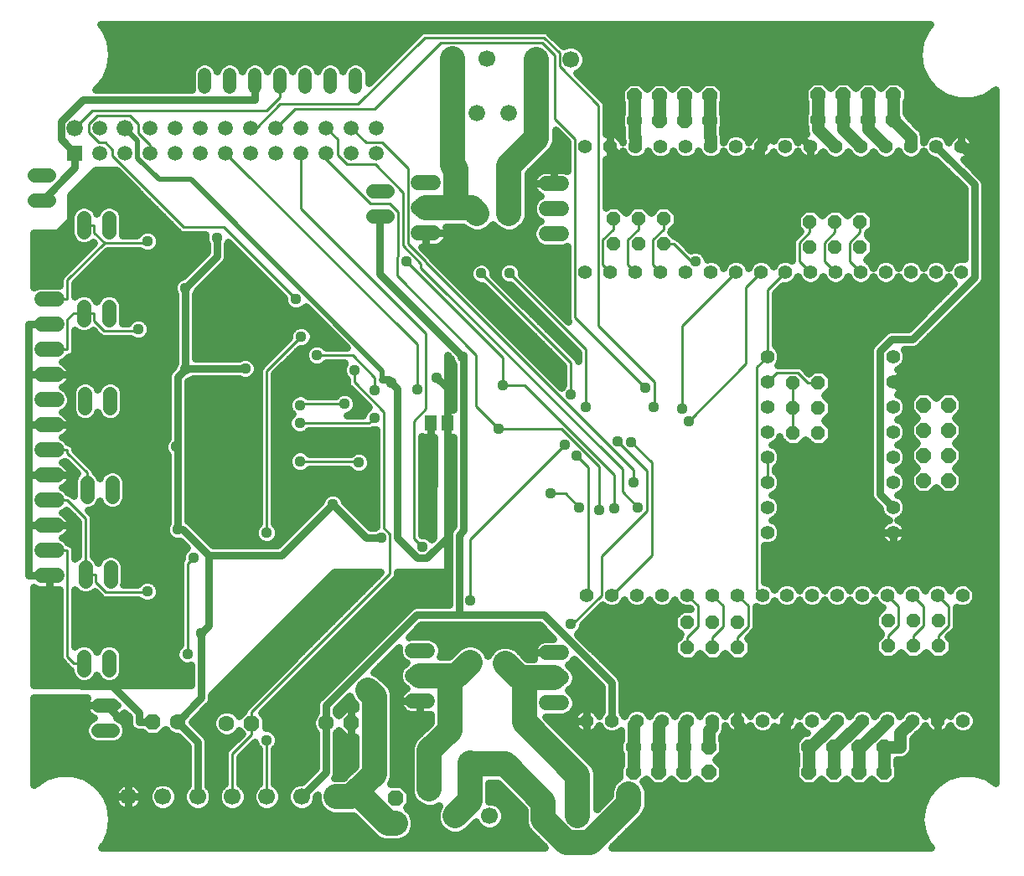
<source format=gbl>
G75*
%MOIN*%
%OFA0B0*%
%FSLAX24Y24*%
%IPPOS*%
%LPD*%
%AMOC8*
5,1,8,0,0,1.08239X$1,22.5*
%
%ADD10R,0.0594X0.0594*%
%ADD11C,0.0660*%
%ADD12C,0.0594*%
%ADD13C,0.0554*%
%ADD14C,0.0669*%
%ADD15C,0.0560*%
%ADD16R,0.0512X0.0591*%
%ADD17C,0.0600*%
%ADD18OC8,0.0630*%
%ADD19C,0.0630*%
%ADD20OC8,0.0560*%
%ADD21OC8,0.0594*%
%ADD22C,0.0520*%
%ADD23C,0.0300*%
%ADD24C,0.0440*%
%ADD25C,0.0200*%
%ADD26C,0.0100*%
%ADD27C,0.1000*%
%ADD28C,0.0500*%
D10*
X006960Y028816D03*
D11*
X006960Y029816D03*
X008960Y029816D03*
X022956Y030393D03*
X024220Y030392D03*
X024220Y026392D03*
X022956Y026393D03*
X022676Y008541D03*
X024073Y008488D03*
X024073Y004488D03*
X022676Y004541D03*
D12*
X018960Y028816D03*
X017960Y028816D03*
X016960Y028816D03*
X015960Y028816D03*
X014960Y028816D03*
X013960Y028816D03*
X012960Y028816D03*
X011960Y028816D03*
X010960Y028816D03*
X009960Y028816D03*
X008960Y028816D03*
X007960Y028816D03*
X007960Y029816D03*
X009960Y029816D03*
X010960Y029816D03*
X011960Y029816D03*
X012960Y029816D03*
X013960Y029816D03*
X014960Y029816D03*
X015960Y029816D03*
X016960Y029816D03*
X017960Y029816D03*
X018960Y029816D03*
D13*
X027247Y029075D03*
X028247Y029075D03*
X029247Y029075D03*
X030247Y029075D03*
X031247Y029075D03*
X032247Y029075D03*
X033247Y029075D03*
X034247Y029075D03*
X035208Y029075D03*
X036208Y029075D03*
X037208Y029075D03*
X038208Y029075D03*
X039208Y029075D03*
X040208Y029075D03*
X041208Y029075D03*
X042208Y029075D03*
X042208Y024075D03*
X041208Y024075D03*
X040208Y024075D03*
X039208Y024075D03*
X038208Y024075D03*
X037208Y024075D03*
X036208Y024075D03*
X035208Y024075D03*
X034247Y024075D03*
X033247Y024075D03*
X032247Y024075D03*
X031247Y024075D03*
X030247Y024075D03*
X029247Y024075D03*
X028247Y024075D03*
X027247Y024075D03*
X034497Y020715D03*
X034497Y019715D03*
X034497Y018715D03*
X034497Y017715D03*
X034497Y016715D03*
X034497Y015715D03*
X034497Y014715D03*
X034497Y013715D03*
X034306Y011217D03*
X035269Y011217D03*
X036269Y011217D03*
X037269Y011217D03*
X038269Y011217D03*
X039269Y011217D03*
X040269Y011217D03*
X041269Y011217D03*
X042269Y011217D03*
X039497Y013715D03*
X039497Y014715D03*
X039497Y015715D03*
X039497Y016715D03*
X039497Y017715D03*
X039497Y018715D03*
X039497Y019715D03*
X039497Y020715D03*
X033306Y011217D03*
X032306Y011217D03*
X031306Y011217D03*
X030306Y011217D03*
X029306Y011217D03*
X028306Y011217D03*
X027306Y011217D03*
X027306Y006217D03*
X028306Y006217D03*
X029306Y006217D03*
X030306Y006217D03*
X031306Y006217D03*
X032306Y006217D03*
X033306Y006217D03*
X034306Y006217D03*
X035269Y006217D03*
X036269Y006217D03*
X037269Y006217D03*
X038269Y006217D03*
X039269Y006217D03*
X040269Y006217D03*
X041269Y006217D03*
X042269Y006217D03*
D14*
X026960Y002446D03*
X025582Y002446D03*
X023455Y002431D03*
X022077Y002431D03*
X017347Y003194D03*
X015969Y003194D03*
X014591Y003194D03*
X013213Y003194D03*
X011835Y003194D03*
X010457Y003194D03*
X009079Y003194D03*
X025314Y032547D03*
X026692Y032547D03*
X023342Y032567D03*
X021964Y032567D03*
D15*
X019370Y027299D02*
X018810Y027299D01*
X018810Y026299D02*
X019370Y026299D01*
X008314Y026226D02*
X008314Y025666D01*
X007314Y025666D02*
X007314Y026226D01*
X005911Y026933D02*
X005351Y026933D01*
X005351Y027933D02*
X005911Y027933D01*
X007311Y022716D02*
X007311Y022156D01*
X008311Y022156D02*
X008311Y022716D01*
X008359Y019224D02*
X008359Y018664D01*
X007359Y018664D02*
X007359Y019224D01*
X007433Y015693D02*
X007433Y015133D01*
X008433Y015133D02*
X008433Y015693D01*
X008374Y012324D02*
X008374Y011764D01*
X007374Y011764D02*
X007374Y012324D01*
X007321Y008784D02*
X007321Y008224D01*
X008321Y008224D02*
X008321Y008784D01*
X008448Y006824D02*
X007888Y006824D01*
X007888Y005824D02*
X008448Y005824D01*
D16*
X021097Y018064D03*
X021767Y018064D03*
D17*
X021226Y025621D02*
X020626Y025621D01*
X020626Y026621D02*
X021226Y026621D01*
X021226Y027621D02*
X020626Y027621D01*
X025699Y027598D02*
X026299Y027598D01*
X026299Y026598D02*
X025699Y026598D01*
X025699Y025598D02*
X026299Y025598D01*
X006227Y022986D02*
X005627Y022986D01*
X005627Y021986D02*
X006227Y021986D01*
X006227Y020986D02*
X005627Y020986D01*
X005627Y019986D02*
X006227Y019986D01*
X006227Y018986D02*
X005627Y018986D01*
X005627Y017986D02*
X006227Y017986D01*
X006227Y016986D02*
X005627Y016986D01*
X005627Y015986D02*
X006227Y015986D01*
X006227Y014986D02*
X005627Y014986D01*
X005627Y013986D02*
X006227Y013986D01*
X006227Y012986D02*
X005627Y012986D01*
X005627Y011986D02*
X006227Y011986D01*
X020381Y009011D02*
X020981Y009011D01*
X020981Y008011D02*
X020381Y008011D01*
X020381Y007011D02*
X020981Y007011D01*
X025715Y006928D02*
X026315Y006928D01*
X026315Y007928D02*
X025715Y007928D01*
X025715Y008928D02*
X026315Y008928D01*
D18*
X019702Y003136D03*
X017956Y006129D03*
X013983Y006114D03*
X010041Y006175D03*
D19*
X011041Y006175D03*
X012983Y006114D03*
X016956Y006129D03*
X019702Y002136D03*
D20*
X031317Y009136D03*
X031317Y010136D03*
X032317Y010136D03*
X033317Y010136D03*
X033317Y009136D03*
X032317Y009136D03*
X039302Y009191D03*
X040302Y009191D03*
X041302Y009191D03*
X041302Y010191D03*
X040302Y010191D03*
X039302Y010191D03*
X036517Y017667D03*
X035517Y017667D03*
X035517Y018667D03*
X036517Y018667D03*
X036517Y019667D03*
X035517Y019667D03*
X036192Y025070D03*
X037192Y025070D03*
X038192Y025070D03*
X038192Y026070D03*
X037192Y026070D03*
X036192Y026070D03*
X030373Y026193D03*
X030373Y025193D03*
X029373Y025193D03*
X028373Y025193D03*
X028373Y026193D03*
X029373Y026193D03*
D21*
X029213Y030102D03*
X029213Y031102D03*
X030213Y031102D03*
X030213Y030102D03*
X031213Y030102D03*
X031213Y031102D03*
X032213Y031102D03*
X032213Y030102D03*
X036518Y030130D03*
X037518Y030130D03*
X038518Y030130D03*
X039518Y030130D03*
X039518Y031130D03*
X038518Y031130D03*
X037518Y031130D03*
X036518Y031130D03*
X040709Y018785D03*
X041709Y018785D03*
X041709Y017785D03*
X040709Y017785D03*
X040709Y016785D03*
X040709Y015785D03*
X041709Y015785D03*
X041709Y016785D03*
X039146Y005175D03*
X038146Y005175D03*
X037146Y005175D03*
X036146Y005175D03*
X036146Y004175D03*
X037146Y004175D03*
X038146Y004175D03*
X039146Y004175D03*
X032162Y004174D03*
X032162Y005174D03*
X031162Y005174D03*
X030162Y005174D03*
X029162Y005174D03*
X029162Y004174D03*
X030162Y004174D03*
X031162Y004174D03*
D22*
X018118Y031431D02*
X018118Y031951D01*
X017118Y031951D02*
X017118Y031431D01*
X016118Y031431D02*
X016118Y031951D01*
X015118Y031951D02*
X015118Y031431D01*
X014118Y031431D02*
X014118Y031951D01*
X013118Y031951D02*
X013118Y031431D01*
X012118Y031431D02*
X012118Y031951D01*
D23*
X005323Y007125D02*
X005323Y003658D01*
X005363Y003704D01*
X005363Y003704D01*
X005806Y003989D01*
X005806Y003989D01*
X006311Y004137D01*
X006837Y004137D01*
X006837Y004137D01*
X007343Y003989D01*
X007786Y003704D01*
X008130Y003306D01*
X008130Y003306D01*
X008349Y002827D01*
X008349Y002827D01*
X008424Y002306D01*
X008349Y001785D01*
X008349Y001785D01*
X008130Y001306D01*
X008130Y001306D01*
X008017Y001175D01*
X025641Y001175D01*
X024946Y001870D01*
X024832Y002146D01*
X024832Y002669D01*
X023763Y003738D01*
X023426Y003738D01*
X023426Y003016D01*
X023571Y003016D01*
X023786Y002927D01*
X023951Y002762D01*
X024040Y002547D01*
X024040Y002315D01*
X023951Y002100D01*
X023786Y001935D01*
X023571Y001846D01*
X023339Y001846D01*
X023124Y001935D01*
X022959Y002100D01*
X022915Y002208D01*
X022502Y001795D01*
X022226Y001681D01*
X021928Y001681D01*
X021652Y001795D01*
X021441Y002006D01*
X021327Y002282D01*
X021327Y002580D01*
X021431Y002832D01*
X021207Y002739D01*
X020908Y002739D01*
X020633Y002853D01*
X020422Y003064D01*
X020308Y003340D01*
X020308Y005179D01*
X020422Y005455D01*
X021112Y006145D01*
X021112Y006475D01*
X021110Y006475D01*
X021025Y006461D01*
X020682Y006461D01*
X020682Y007011D01*
X020681Y007011D01*
X019831Y007011D01*
X020681Y007011D01*
X020681Y007011D01*
X020681Y006461D01*
X020338Y006461D01*
X020253Y006475D01*
X020170Y006501D01*
X020093Y006541D01*
X020023Y006591D01*
X019962Y006653D01*
X019911Y006723D01*
X019872Y006800D01*
X019845Y006882D01*
X019831Y006968D01*
X019831Y007011D01*
X019831Y007054D01*
X019845Y007140D01*
X019872Y007222D01*
X019911Y007299D01*
X019962Y007369D01*
X020023Y007431D01*
X020093Y007481D01*
X020131Y007501D01*
X020099Y007533D01*
X020070Y007545D01*
X019915Y007699D01*
X019831Y007902D01*
X019831Y008120D01*
X019915Y008323D01*
X020070Y008477D01*
X020099Y008489D01*
X020130Y008520D01*
X020070Y008545D01*
X019915Y008699D01*
X019831Y008902D01*
X019831Y009120D01*
X019844Y009150D01*
X018845Y008151D01*
X019026Y008076D01*
X019497Y007605D01*
X019611Y007330D01*
X019611Y003954D01*
X019506Y003701D01*
X019936Y003701D01*
X020267Y003370D01*
X020267Y002902D01*
X020132Y002767D01*
X020338Y002561D01*
X020452Y002285D01*
X020452Y001987D01*
X020338Y001711D01*
X020127Y001500D01*
X019851Y001386D01*
X019250Y001386D01*
X018975Y001500D01*
X018030Y002444D01*
X017198Y002444D01*
X016922Y002559D01*
X016711Y002770D01*
X016597Y003045D01*
X016597Y003257D01*
X016554Y003213D01*
X016554Y003078D01*
X016465Y002863D01*
X016300Y002699D01*
X016086Y002610D01*
X015853Y002610D01*
X015638Y002699D01*
X015474Y002863D01*
X015385Y003078D01*
X015385Y003311D01*
X015176Y003311D01*
X015087Y003526D01*
X014922Y003690D01*
X014874Y003710D01*
X014874Y005086D01*
X014973Y005184D01*
X015044Y005357D01*
X015044Y005544D01*
X014973Y005717D01*
X014841Y005849D01*
X014668Y005920D01*
X014548Y005920D01*
X014548Y006348D01*
X014372Y006524D01*
X019660Y011812D01*
X019660Y011812D01*
X019744Y011896D01*
X019790Y012007D01*
X019790Y012125D01*
X021773Y012125D01*
X021773Y017518D01*
X022012Y017518D01*
X022012Y013954D01*
X021893Y013834D01*
X021832Y013687D01*
X021832Y010831D01*
X020480Y010831D01*
X020333Y010770D01*
X016730Y007167D01*
X016617Y007055D01*
X016556Y006908D01*
X016556Y006528D01*
X016478Y006449D01*
X016391Y006242D01*
X016391Y006017D01*
X016478Y005809D01*
X016556Y005730D01*
X016556Y004347D01*
X015988Y003779D01*
X015853Y003779D01*
X015638Y003690D01*
X015474Y003526D01*
X015385Y003311D01*
X015176Y003311D02*
X015176Y003078D01*
X015087Y002863D01*
X014922Y002699D01*
X014708Y002610D01*
X014475Y002610D01*
X014260Y002699D01*
X014096Y002863D01*
X014007Y003078D01*
X014007Y003311D01*
X013798Y003311D01*
X013709Y003526D01*
X013545Y003690D01*
X013513Y003703D01*
X013513Y004775D01*
X014104Y005366D01*
X014104Y005357D01*
X014176Y005184D01*
X014274Y005086D01*
X014274Y003696D01*
X014260Y003690D01*
X014096Y003526D01*
X014007Y003311D01*
X013798Y003311D02*
X013798Y003078D01*
X013709Y002863D01*
X013545Y002699D01*
X013330Y002610D01*
X013097Y002610D01*
X012882Y002699D01*
X012718Y002863D01*
X012629Y003078D01*
X012629Y003311D01*
X012420Y003311D01*
X012331Y003526D01*
X012235Y003621D01*
X012235Y005460D01*
X012174Y005607D01*
X011607Y006175D01*
X012217Y006786D01*
X012330Y006899D01*
X012391Y007046D01*
X012391Y007243D01*
X017273Y012125D01*
X019124Y012125D01*
X013813Y006814D01*
X013729Y006729D01*
X013683Y006619D01*
X013683Y006613D01*
X013474Y006405D01*
X013462Y006434D01*
X013303Y006593D01*
X013095Y006679D01*
X012871Y006679D01*
X012663Y006593D01*
X012504Y006434D01*
X012418Y006227D01*
X012418Y006002D01*
X012504Y005794D01*
X012663Y005635D01*
X012871Y005549D01*
X013095Y005549D01*
X013303Y005635D01*
X013462Y005794D01*
X013474Y005824D01*
X013594Y005704D01*
X012959Y005070D01*
X012913Y004959D01*
X012913Y003703D01*
X012882Y003690D01*
X012718Y003526D01*
X012629Y003311D01*
X012420Y003311D02*
X012420Y003078D01*
X012331Y002863D01*
X012167Y002699D01*
X011952Y002610D01*
X011719Y002610D01*
X011504Y002699D01*
X011340Y002863D01*
X011251Y003078D01*
X011251Y003311D01*
X011042Y003311D01*
X010953Y003526D01*
X010789Y003690D01*
X010574Y003779D01*
X010341Y003779D01*
X010126Y003690D01*
X009962Y003526D01*
X009873Y003311D01*
X009653Y003311D01*
X009650Y003331D02*
X009621Y003419D01*
X009580Y003501D01*
X009525Y003575D01*
X009460Y003640D01*
X009386Y003694D01*
X009304Y003736D01*
X009216Y003765D01*
X009126Y003779D01*
X009079Y003779D01*
X009033Y003779D01*
X008943Y003765D01*
X008855Y003736D01*
X008773Y003694D01*
X008699Y003640D01*
X008634Y003575D01*
X008579Y003501D01*
X008538Y003419D01*
X008509Y003331D01*
X008495Y003240D01*
X008495Y003194D01*
X008495Y003148D01*
X008509Y003058D01*
X008538Y002970D01*
X008579Y002888D01*
X008634Y002814D01*
X008699Y002749D01*
X008773Y002694D01*
X008855Y002653D01*
X008943Y002624D01*
X009033Y002610D01*
X009079Y002610D01*
X009079Y003194D01*
X008495Y003194D01*
X009079Y003194D01*
X009079Y003194D01*
X009079Y003194D01*
X009079Y002610D01*
X009126Y002610D01*
X009216Y002624D01*
X009304Y002653D01*
X009386Y002694D01*
X009460Y002749D01*
X009525Y002814D01*
X009580Y002888D01*
X009621Y002970D01*
X009650Y003058D01*
X009664Y003148D01*
X009664Y003194D01*
X009080Y003194D01*
X009080Y003194D01*
X009664Y003194D01*
X009664Y003240D01*
X009650Y003331D01*
X009873Y003311D02*
X009873Y003078D01*
X009962Y002863D01*
X010126Y002699D01*
X010341Y002610D01*
X010574Y002610D01*
X010789Y002699D01*
X010953Y002863D01*
X011042Y003078D01*
X011042Y003311D01*
X011251Y003311D02*
X011340Y003526D01*
X011435Y003621D01*
X011435Y005215D01*
X011040Y005610D01*
X010929Y005610D01*
X010721Y005696D01*
X010562Y005855D01*
X010550Y005885D01*
X010275Y005610D01*
X009807Y005610D01*
X009642Y005775D01*
X009416Y005775D01*
X009269Y005836D01*
X009157Y005949D01*
X009096Y006096D01*
X009096Y006355D01*
X008902Y006549D01*
X008901Y006546D01*
X008852Y006479D01*
X008793Y006420D01*
X008726Y006371D01*
X008651Y006333D01*
X008625Y006324D01*
X008748Y006273D01*
X008897Y006124D01*
X008978Y005929D01*
X008978Y005719D01*
X008897Y005524D01*
X008748Y005375D01*
X008553Y005294D01*
X007782Y005294D01*
X007588Y005375D01*
X007439Y005524D01*
X007358Y005719D01*
X007358Y005929D01*
X007439Y006124D01*
X007588Y006273D01*
X007711Y006324D01*
X007684Y006333D01*
X007610Y006371D01*
X007543Y006420D01*
X007484Y006479D01*
X007435Y006546D01*
X007397Y006620D01*
X007371Y006700D01*
X007358Y006782D01*
X007358Y006824D01*
X008168Y006824D01*
X008627Y006824D01*
X008627Y006824D01*
X008168Y006824D01*
X008168Y006824D01*
X008213Y006824D01*
X009079Y005958D01*
X009079Y003194D01*
X009079Y003779D01*
X009079Y003194D01*
X009079Y003194D01*
X009079Y003311D02*
X009079Y003311D01*
X009079Y003013D02*
X009079Y003013D01*
X009079Y002714D02*
X009079Y002714D01*
X008746Y002714D02*
X008365Y002714D01*
X008408Y002416D02*
X018059Y002416D01*
X018358Y002117D02*
X008397Y002117D01*
X008354Y001819D02*
X018656Y001819D01*
X018955Y001520D02*
X008228Y001520D01*
X008057Y001222D02*
X025594Y001222D01*
X025296Y001520D02*
X020147Y001520D01*
X020382Y001819D02*
X021629Y001819D01*
X021395Y002117D02*
X020452Y002117D01*
X020398Y002416D02*
X021327Y002416D01*
X021383Y002714D02*
X020184Y002714D01*
X020267Y003013D02*
X020473Y003013D01*
X020319Y003311D02*
X020267Y003311D01*
X020308Y003610D02*
X020027Y003610D01*
X020308Y003908D02*
X019592Y003908D01*
X019611Y004207D02*
X020308Y004207D01*
X020308Y004505D02*
X019611Y004505D01*
X019611Y004804D02*
X020308Y004804D01*
X020308Y005102D02*
X019611Y005102D01*
X019611Y005401D02*
X020399Y005401D01*
X020666Y005699D02*
X019611Y005699D01*
X019611Y005998D02*
X020964Y005998D01*
X021112Y006296D02*
X019611Y006296D01*
X019611Y006595D02*
X020020Y006595D01*
X019843Y006893D02*
X019611Y006893D01*
X019611Y007192D02*
X019862Y007192D01*
X020110Y007490D02*
X019545Y007490D01*
X019314Y007789D02*
X019878Y007789D01*
X019831Y008087D02*
X019000Y008087D01*
X019080Y008386D02*
X019978Y008386D01*
X019931Y008684D02*
X019378Y008684D01*
X019677Y008983D02*
X019831Y008983D01*
X020243Y009549D02*
X020725Y010031D01*
X025429Y010031D01*
X025982Y009478D01*
X025671Y009478D01*
X025586Y009464D01*
X025503Y009437D01*
X025426Y009398D01*
X025356Y009347D01*
X025295Y009286D01*
X025244Y009216D01*
X025205Y009139D01*
X025178Y009056D01*
X025165Y008971D01*
X025165Y008928D01*
X026015Y008928D01*
X026015Y008928D01*
X025165Y008928D01*
X025165Y008884D01*
X025178Y008799D01*
X025205Y008716D01*
X025225Y008678D01*
X024944Y008678D01*
X024498Y009124D01*
X024222Y009238D01*
X023924Y009238D01*
X023648Y009124D01*
X023437Y008913D01*
X023386Y008788D01*
X023312Y008966D01*
X023101Y009177D01*
X022826Y009291D01*
X022527Y009291D01*
X022252Y009177D01*
X021836Y008761D01*
X021473Y008761D01*
X021531Y008902D01*
X021531Y009120D01*
X021448Y009323D01*
X021293Y009477D01*
X021091Y009561D01*
X020272Y009561D01*
X020243Y009549D01*
X020274Y009580D02*
X025880Y009580D01*
X025582Y009878D02*
X020572Y009878D01*
X020559Y010431D02*
X016956Y006828D01*
X016956Y006129D01*
X016956Y004182D01*
X015969Y003194D01*
X015558Y003610D02*
X015003Y003610D01*
X014874Y003908D02*
X016117Y003908D01*
X016416Y004207D02*
X014874Y004207D01*
X014874Y004505D02*
X016556Y004505D01*
X016556Y004804D02*
X014874Y004804D01*
X014891Y005102D02*
X016556Y005102D01*
X016556Y005401D02*
X015044Y005401D01*
X014980Y005699D02*
X016556Y005699D01*
X016400Y005998D02*
X014548Y005998D01*
X014548Y006296D02*
X016414Y006296D01*
X016556Y006595D02*
X014443Y006595D01*
X014741Y006893D02*
X016556Y006893D01*
X016754Y007192D02*
X015040Y007192D01*
X015338Y007490D02*
X017053Y007490D01*
X017351Y007789D02*
X015637Y007789D01*
X015935Y008087D02*
X017650Y008087D01*
X017948Y008386D02*
X016234Y008386D01*
X016532Y008684D02*
X018247Y008684D01*
X018545Y008983D02*
X016831Y008983D01*
X017129Y009281D02*
X018844Y009281D01*
X019142Y009580D02*
X017428Y009580D01*
X017726Y009878D02*
X019441Y009878D01*
X019739Y010177D02*
X018025Y010177D01*
X018323Y010475D02*
X020038Y010475D01*
X020341Y010774D02*
X018622Y010774D01*
X018920Y011072D02*
X021832Y011072D01*
X021832Y011371D02*
X019219Y011371D01*
X019517Y011669D02*
X021832Y011669D01*
X021832Y011968D02*
X019774Y011968D01*
X018967Y011968D02*
X017116Y011968D01*
X016817Y011669D02*
X018669Y011669D01*
X018370Y011371D02*
X016519Y011371D01*
X016220Y011072D02*
X018072Y011072D01*
X017773Y010774D02*
X015922Y010774D01*
X015623Y010475D02*
X017475Y010475D01*
X017176Y010177D02*
X015325Y010177D01*
X015026Y009878D02*
X016878Y009878D01*
X016579Y009580D02*
X014728Y009580D01*
X014429Y009281D02*
X016281Y009281D01*
X015982Y008983D02*
X014131Y008983D01*
X013832Y008684D02*
X015684Y008684D01*
X015385Y008386D02*
X013534Y008386D01*
X013235Y008087D02*
X015087Y008087D01*
X014788Y007789D02*
X012937Y007789D01*
X012638Y007490D02*
X014490Y007490D01*
X014191Y007192D02*
X012391Y007192D01*
X012325Y006893D02*
X013893Y006893D01*
X013813Y006814D02*
X013813Y006814D01*
X013664Y006595D02*
X013300Y006595D01*
X012666Y006595D02*
X012026Y006595D01*
X011728Y006296D02*
X012447Y006296D01*
X012420Y005998D02*
X011784Y005998D01*
X012083Y005699D02*
X012599Y005699D01*
X012235Y005401D02*
X013290Y005401D01*
X013367Y005699D02*
X013589Y005699D01*
X013840Y005102D02*
X014258Y005102D01*
X014274Y004804D02*
X013542Y004804D01*
X013513Y004505D02*
X014274Y004505D01*
X014274Y004207D02*
X013513Y004207D01*
X013513Y003908D02*
X014274Y003908D01*
X014180Y003610D02*
X013625Y003610D01*
X012913Y003908D02*
X012235Y003908D01*
X012247Y003610D02*
X012802Y003610D01*
X012913Y004207D02*
X012235Y004207D01*
X012235Y004505D02*
X012913Y004505D01*
X012913Y004804D02*
X012235Y004804D01*
X012235Y005102D02*
X012992Y005102D01*
X011835Y005381D02*
X011041Y006175D01*
X011991Y007125D01*
X011991Y009712D01*
X012266Y009987D01*
X012266Y012808D01*
X015178Y012808D01*
X017209Y014839D01*
X018546Y013503D01*
X019140Y013503D01*
X018937Y013927D02*
X018878Y013903D01*
X018711Y013903D01*
X017678Y014936D01*
X017608Y015105D01*
X017476Y015237D01*
X017303Y015309D01*
X017116Y015309D01*
X016943Y015237D01*
X016811Y015105D01*
X016741Y014936D01*
X015012Y013208D01*
X012432Y013208D01*
X011587Y014053D01*
X011474Y014165D01*
X011441Y014179D01*
X011441Y016997D01*
X011456Y017035D01*
X011456Y017222D01*
X011441Y017259D01*
X011441Y019734D01*
X011446Y019740D01*
X011615Y019810D01*
X011647Y019841D01*
X013464Y019841D01*
X013633Y019771D01*
X013820Y019771D01*
X013993Y019843D01*
X014125Y019975D01*
X014197Y020148D01*
X014197Y020335D01*
X014125Y020507D01*
X013993Y020640D01*
X013820Y020711D01*
X013633Y020711D01*
X013464Y020641D01*
X011753Y020641D01*
X011753Y023181D01*
X011822Y023347D01*
X012948Y024473D01*
X013009Y024620D01*
X013009Y025170D01*
X013052Y025274D01*
X015283Y023043D01*
X015283Y022904D01*
X015354Y022731D01*
X015486Y022599D01*
X015659Y022528D01*
X015846Y022528D01*
X016019Y022599D01*
X016127Y022707D01*
X017773Y021061D01*
X016947Y021061D01*
X016848Y021159D01*
X016676Y021231D01*
X016489Y021231D01*
X016316Y021159D01*
X016184Y021027D01*
X016112Y020854D01*
X016112Y020667D01*
X016184Y020494D01*
X016316Y020362D01*
X016489Y020291D01*
X016676Y020291D01*
X016848Y020362D01*
X016947Y020461D01*
X017684Y020461D01*
X017671Y020447D01*
X017599Y020275D01*
X017599Y020088D01*
X017671Y019915D01*
X017769Y019816D01*
X017769Y019626D01*
X017815Y019516D01*
X017900Y019431D01*
X018645Y018686D01*
X018603Y018669D01*
X018471Y018537D01*
X018399Y018364D01*
X018399Y018359D01*
X017792Y018359D01*
X017951Y018425D01*
X018083Y018557D01*
X018155Y018730D01*
X018155Y018917D01*
X018083Y019090D01*
X017951Y019222D01*
X017779Y019293D01*
X017592Y019293D01*
X017419Y019222D01*
X017320Y019123D01*
X016247Y019123D01*
X016188Y019183D01*
X016015Y019254D01*
X015828Y019254D01*
X015655Y019183D01*
X015523Y019050D01*
X015451Y018878D01*
X015451Y018691D01*
X015523Y018518D01*
X015606Y018435D01*
X015496Y018325D01*
X015424Y018152D01*
X015424Y017965D01*
X015496Y017793D01*
X015628Y017661D01*
X015801Y017589D01*
X015988Y017589D01*
X016161Y017661D01*
X016259Y017759D01*
X018717Y017759D01*
X018817Y017800D01*
X018937Y017800D01*
X018937Y013927D01*
X018937Y014057D02*
X018557Y014057D01*
X018258Y014356D02*
X018937Y014356D01*
X018937Y014654D02*
X017960Y014654D01*
X017671Y014953D02*
X018937Y014953D01*
X018937Y015251D02*
X017442Y015251D01*
X016976Y015251D02*
X014890Y015251D01*
X014890Y014953D02*
X016748Y014953D01*
X016459Y014654D02*
X014890Y014654D01*
X014890Y014356D02*
X016160Y014356D01*
X015862Y014057D02*
X014900Y014057D01*
X014890Y014067D02*
X014890Y020022D01*
X015912Y021043D01*
X016051Y021043D01*
X016223Y021114D01*
X016356Y021247D01*
X016427Y021419D01*
X016427Y021606D01*
X016356Y021779D01*
X016223Y021911D01*
X016051Y021983D01*
X015864Y021983D01*
X015691Y021911D01*
X015559Y021779D01*
X015487Y021606D01*
X015487Y021467D01*
X014420Y020400D01*
X014336Y020316D01*
X014290Y020205D01*
X014290Y014067D01*
X014192Y013969D01*
X014120Y013796D01*
X014120Y013609D01*
X014192Y013436D01*
X014324Y013304D01*
X014497Y013233D01*
X014684Y013233D01*
X014856Y013304D01*
X014989Y013436D01*
X015060Y013609D01*
X015060Y013796D01*
X014989Y013969D01*
X014890Y014067D01*
X015060Y013759D02*
X015563Y013759D01*
X015265Y013460D02*
X014998Y013460D01*
X014182Y013460D02*
X012179Y013460D01*
X011881Y013759D02*
X014120Y013759D01*
X014280Y014057D02*
X011582Y014057D01*
X011441Y014356D02*
X014290Y014356D01*
X014290Y014654D02*
X011441Y014654D01*
X011601Y014613D02*
X011601Y016335D01*
X011573Y016363D01*
X011615Y016405D01*
X011615Y017987D01*
X011639Y018010D01*
X011639Y019501D01*
X013937Y019501D01*
X014213Y019777D01*
X014213Y020543D01*
X015175Y021504D01*
X015241Y021221D02*
X011753Y021221D01*
X011753Y020923D02*
X014943Y020923D01*
X014644Y020624D02*
X014008Y020624D01*
X014197Y020326D02*
X014346Y020326D01*
X014290Y020027D02*
X014147Y020027D01*
X014290Y019729D02*
X011441Y019729D01*
X011441Y019430D02*
X014290Y019430D01*
X014290Y019132D02*
X011441Y019132D01*
X011441Y018833D02*
X014290Y018833D01*
X014290Y018535D02*
X011441Y018535D01*
X011441Y018236D02*
X014290Y018236D01*
X014290Y017938D02*
X011441Y017938D01*
X011441Y017639D02*
X014290Y017639D01*
X014290Y017341D02*
X011441Y017341D01*
X011456Y017042D02*
X014290Y017042D01*
X014290Y016744D02*
X011441Y016744D01*
X011441Y016445D02*
X014290Y016445D01*
X014290Y016147D02*
X011441Y016147D01*
X011441Y015848D02*
X014290Y015848D01*
X014290Y015550D02*
X011441Y015550D01*
X011441Y015251D02*
X014290Y015251D01*
X014290Y014953D02*
X011441Y014953D01*
X010641Y014953D02*
X008932Y014953D01*
X008963Y015028D02*
X008963Y015798D01*
X008882Y015993D01*
X008733Y016142D01*
X008538Y016223D01*
X008327Y016223D01*
X008133Y016142D01*
X007984Y015993D01*
X007933Y015871D01*
X007882Y015993D01*
X007733Y016142D01*
X007733Y016142D01*
X007733Y016163D01*
X007687Y016273D01*
X006957Y017003D01*
X006957Y017045D01*
X006911Y017156D01*
X006827Y017240D01*
X006716Y017286D01*
X006698Y017286D01*
X006693Y017297D01*
X006538Y017452D01*
X006457Y017486D01*
X006515Y017515D01*
X006585Y017566D01*
X006646Y017627D01*
X006697Y017697D01*
X006736Y017775D01*
X006763Y017857D01*
X006777Y017942D01*
X006777Y017986D01*
X006777Y018029D01*
X006763Y018115D01*
X006736Y018197D01*
X006697Y018274D01*
X006646Y018344D01*
X006585Y018405D01*
X006515Y018456D01*
X006457Y018486D01*
X006538Y018519D01*
X006693Y018674D01*
X006777Y018876D01*
X006777Y019095D01*
X006693Y019297D01*
X006538Y019452D01*
X006457Y019486D01*
X006515Y019515D01*
X006585Y019566D01*
X006646Y019627D01*
X006697Y019697D01*
X006736Y019775D01*
X006763Y019857D01*
X006777Y019942D01*
X006777Y019986D01*
X006777Y020029D01*
X006763Y020115D01*
X006736Y020197D01*
X006697Y020274D01*
X006646Y020344D01*
X006585Y020405D01*
X006515Y020456D01*
X006457Y020486D01*
X006538Y020519D01*
X006693Y020674D01*
X006698Y020686D01*
X006716Y020686D01*
X006827Y020731D01*
X006911Y020816D01*
X006957Y020926D01*
X006957Y021760D01*
X007011Y021706D01*
X007205Y021626D01*
X007416Y021626D01*
X007611Y021706D01*
X007665Y021760D01*
X007849Y021575D01*
X007934Y021491D01*
X008044Y021445D01*
X009167Y021445D01*
X009205Y021407D01*
X009378Y021336D01*
X009565Y021336D01*
X009738Y021407D01*
X009870Y021539D01*
X009941Y021712D01*
X009941Y021899D01*
X009870Y022072D01*
X009738Y022204D01*
X009565Y022276D01*
X009378Y022276D01*
X009205Y022204D01*
X009073Y022072D01*
X009062Y022045D01*
X008839Y022045D01*
X008841Y022050D01*
X008841Y022821D01*
X008760Y023016D01*
X008611Y023165D01*
X008416Y023246D01*
X008205Y023246D01*
X008011Y023165D01*
X007862Y023016D01*
X007811Y022893D01*
X007760Y023016D01*
X007611Y023165D01*
X007416Y023246D01*
X007205Y023246D01*
X007011Y023165D01*
X006957Y023111D01*
X006957Y023632D01*
X008259Y024933D01*
X009552Y024933D01*
X009575Y024910D01*
X009747Y024839D01*
X009934Y024839D01*
X010107Y024910D01*
X010239Y025042D01*
X010311Y025215D01*
X010311Y025402D01*
X010239Y025575D01*
X010107Y025707D01*
X009934Y025779D01*
X009747Y025779D01*
X009575Y025707D01*
X009443Y025575D01*
X009425Y025533D01*
X008832Y025533D01*
X008844Y025561D01*
X008844Y026332D01*
X008763Y026527D01*
X008614Y026676D01*
X008419Y026756D01*
X008208Y026756D01*
X008013Y026676D01*
X007864Y026527D01*
X007814Y026404D01*
X007763Y026527D01*
X007614Y026676D01*
X007419Y026756D01*
X007208Y026756D01*
X007013Y026676D01*
X006864Y026527D01*
X006784Y026332D01*
X006784Y025561D01*
X006864Y025366D01*
X007013Y025217D01*
X007208Y025136D01*
X007419Y025136D01*
X007614Y025217D01*
X007670Y025273D01*
X007710Y025233D01*
X006487Y024010D01*
X006402Y023926D01*
X006357Y023816D01*
X006357Y023527D01*
X006336Y023536D01*
X005517Y023536D01*
X005323Y023455D01*
X005323Y025625D01*
X006273Y025625D01*
X006773Y026125D01*
X006773Y027125D01*
X007773Y028125D01*
X008605Y028125D01*
X011026Y025703D01*
X011111Y025618D01*
X011221Y025573D01*
X012158Y025573D01*
X012139Y025526D01*
X012139Y025339D01*
X012209Y025170D01*
X012209Y024865D01*
X011256Y023912D01*
X011087Y023842D01*
X010955Y023710D01*
X010883Y023537D01*
X010883Y023350D01*
X010953Y023181D01*
X010953Y020477D01*
X010951Y020475D01*
X010881Y020306D01*
X010701Y020126D01*
X010641Y019979D01*
X010641Y017447D01*
X010588Y017395D01*
X010516Y017222D01*
X010516Y017035D01*
X010588Y016862D01*
X010641Y016809D01*
X010641Y014088D01*
X010571Y013919D01*
X010571Y013732D01*
X010642Y013560D01*
X010774Y013428D01*
X010947Y013356D01*
X011134Y013356D01*
X011147Y013361D01*
X011401Y013107D01*
X011278Y012984D01*
X011206Y012811D01*
X011206Y012672D01*
X011174Y012640D01*
X011128Y012529D01*
X011128Y009235D01*
X011030Y009136D01*
X010958Y008964D01*
X010958Y008777D01*
X011030Y008604D01*
X011162Y008472D01*
X011335Y008400D01*
X011522Y008400D01*
X011591Y008429D01*
X011591Y007625D01*
X005323Y007625D01*
X005323Y011527D01*
X005339Y011515D01*
X005416Y011476D01*
X005498Y011449D01*
X005583Y011436D01*
X005927Y011436D01*
X006270Y011436D01*
X006356Y011449D01*
X006357Y011450D01*
X006357Y008699D01*
X006402Y008588D01*
X006741Y008250D01*
X006791Y008229D01*
X006791Y008119D01*
X006872Y007924D01*
X007021Y007775D01*
X007215Y007694D01*
X007426Y007694D01*
X007621Y007775D01*
X007770Y007924D01*
X007821Y008046D01*
X007872Y007924D01*
X008021Y007775D01*
X008215Y007694D01*
X008426Y007694D01*
X008621Y007775D01*
X008770Y007924D01*
X008851Y008119D01*
X008851Y008890D01*
X008770Y009084D01*
X008621Y009233D01*
X008426Y009314D01*
X008215Y009314D01*
X008021Y009233D01*
X007872Y009084D01*
X007821Y008962D01*
X007770Y009084D01*
X007621Y009233D01*
X007426Y009314D01*
X007215Y009314D01*
X007021Y009233D01*
X006957Y009170D01*
X006957Y011432D01*
X007074Y011315D01*
X007269Y011234D01*
X007479Y011234D01*
X007674Y011315D01*
X007728Y011369D01*
X007934Y011162D01*
X008019Y011077D01*
X008129Y011032D01*
X009491Y011032D01*
X009563Y010959D01*
X009736Y010888D01*
X009923Y010888D01*
X010096Y010959D01*
X010228Y011091D01*
X010300Y011264D01*
X010300Y011451D01*
X010228Y011624D01*
X010096Y011756D01*
X009923Y011828D01*
X009736Y011828D01*
X009563Y011756D01*
X009439Y011632D01*
X008893Y011632D01*
X008904Y011659D01*
X008904Y012430D01*
X008823Y012624D01*
X008674Y012773D01*
X008479Y012854D01*
X008269Y012854D01*
X008074Y012773D01*
X007925Y012624D01*
X007874Y012502D01*
X007823Y012624D01*
X007674Y012773D01*
X007674Y012774D01*
X007674Y014328D01*
X007628Y014439D01*
X007544Y014523D01*
X007464Y014603D01*
X007538Y014603D01*
X007733Y014684D01*
X007882Y014833D01*
X007933Y014955D01*
X007984Y014833D01*
X008133Y014684D01*
X008327Y014603D01*
X008538Y014603D01*
X008733Y014684D01*
X008882Y014833D01*
X008963Y015028D01*
X008963Y015251D02*
X010641Y015251D01*
X010641Y015550D02*
X008963Y015550D01*
X008942Y015848D02*
X010641Y015848D01*
X010641Y016147D02*
X008723Y016147D01*
X008143Y016147D02*
X007733Y016147D01*
X007515Y016445D02*
X010641Y016445D01*
X010641Y016744D02*
X007217Y016744D01*
X006957Y017042D02*
X010516Y017042D01*
X010565Y017341D02*
X006650Y017341D01*
X006655Y017639D02*
X010641Y017639D01*
X010641Y017938D02*
X006776Y017938D01*
X006777Y017986D02*
X005927Y017986D01*
X006777Y017986D01*
X006716Y018236D02*
X007037Y018236D01*
X007059Y018214D02*
X007254Y018134D01*
X007464Y018134D01*
X007659Y018214D01*
X007808Y018364D01*
X007859Y018486D01*
X007910Y018364D01*
X008059Y018214D01*
X008254Y018134D01*
X008464Y018134D01*
X008659Y018214D01*
X008808Y018364D01*
X008889Y018558D01*
X008889Y019329D01*
X008808Y019524D01*
X008659Y019673D01*
X008464Y019754D01*
X008254Y019754D01*
X008059Y019673D01*
X007910Y019524D01*
X007859Y019402D01*
X007808Y019524D01*
X007659Y019673D01*
X007464Y019754D01*
X007254Y019754D01*
X007059Y019673D01*
X006910Y019524D01*
X006829Y019329D01*
X006829Y018558D01*
X006910Y018364D01*
X007059Y018214D01*
X006839Y018535D02*
X006553Y018535D01*
X006759Y018833D02*
X006829Y018833D01*
X006829Y019132D02*
X006762Y019132D01*
X006871Y019430D02*
X006560Y019430D01*
X006713Y019729D02*
X007193Y019729D01*
X007525Y019729D02*
X008193Y019729D01*
X008525Y019729D02*
X010641Y019729D01*
X010660Y020027D02*
X006777Y020027D01*
X006777Y019986D02*
X005927Y019986D01*
X005927Y019986D01*
X006777Y019986D01*
X006660Y020326D02*
X010889Y020326D01*
X010953Y020624D02*
X006643Y020624D01*
X006955Y020923D02*
X010953Y020923D01*
X010953Y021221D02*
X006957Y021221D01*
X006957Y021520D02*
X007905Y021520D01*
X007849Y021575D02*
X007849Y021575D01*
X008841Y022117D02*
X009118Y022117D01*
X008841Y022415D02*
X010953Y022415D01*
X010953Y022117D02*
X009825Y022117D01*
X009941Y021818D02*
X010953Y021818D01*
X010953Y021520D02*
X009850Y021520D01*
X008841Y022714D02*
X010953Y022714D01*
X010953Y023012D02*
X008762Y023012D01*
X007860Y023012D02*
X007762Y023012D01*
X006957Y023311D02*
X010900Y023311D01*
X010913Y023609D02*
X006957Y023609D01*
X007233Y023908D02*
X011245Y023908D01*
X011550Y024206D02*
X007531Y024206D01*
X007830Y024505D02*
X011849Y024505D01*
X012147Y024803D02*
X008128Y024803D01*
X007578Y025102D02*
X005323Y025102D01*
X005323Y025400D02*
X006850Y025400D01*
X006784Y025699D02*
X006347Y025699D01*
X006645Y025997D02*
X006784Y025997D01*
X006773Y026296D02*
X006784Y026296D01*
X006773Y026594D02*
X006932Y026594D01*
X006773Y026893D02*
X009837Y026893D01*
X009538Y027191D02*
X006839Y027191D01*
X007138Y027490D02*
X009240Y027490D01*
X008941Y027788D02*
X007436Y027788D01*
X007735Y028087D02*
X008643Y028087D01*
X006960Y028221D02*
X006960Y028816D01*
X006397Y029380D01*
X006397Y030053D01*
X007284Y030941D01*
X014118Y030941D01*
X014118Y031691D01*
X013618Y032076D02*
X013551Y032240D01*
X013407Y032383D01*
X013220Y032461D01*
X013017Y032461D01*
X012829Y032383D01*
X012686Y032240D01*
X012618Y032076D01*
X012551Y032240D01*
X012407Y032383D01*
X012220Y032461D01*
X012017Y032461D01*
X011829Y032383D01*
X011686Y032240D01*
X011608Y032052D01*
X011608Y031341D01*
X007784Y031341D01*
X007786Y031342D01*
X008130Y031740D01*
X008349Y032219D01*
X008424Y032740D01*
X008349Y033261D01*
X008130Y033740D01*
X007963Y033933D01*
X040987Y033933D01*
X040810Y033728D01*
X040591Y033249D01*
X040516Y032728D01*
X040516Y032728D01*
X040591Y032207D01*
X040591Y032207D01*
X040810Y031728D01*
X040810Y031728D01*
X041155Y031330D01*
X041598Y031045D01*
X042103Y030897D01*
X042629Y030897D01*
X043135Y031045D01*
X043578Y031330D01*
X043593Y031347D01*
X043593Y003742D01*
X043208Y003989D01*
X042703Y004137D01*
X042176Y004137D01*
X041671Y003989D01*
X041228Y003704D01*
X040883Y003306D01*
X040665Y002827D01*
X040590Y002306D01*
X040665Y001785D01*
X040883Y001306D01*
X040997Y001175D01*
X028309Y001175D01*
X029410Y002276D01*
X029621Y002487D01*
X029735Y002762D01*
X029735Y003444D01*
X029621Y003719D01*
X029551Y003789D01*
X029662Y003900D01*
X029935Y003627D01*
X030388Y003627D01*
X030662Y003900D01*
X030935Y003627D01*
X031388Y003627D01*
X031662Y003900D01*
X031935Y003627D01*
X032388Y003627D01*
X032709Y003947D01*
X032709Y004400D01*
X032435Y004674D01*
X032709Y004947D01*
X032709Y005400D01*
X032662Y005447D01*
X032662Y005613D01*
X032730Y005682D01*
X032806Y005865D01*
X032806Y006047D01*
X032807Y006048D01*
X032818Y006015D01*
X032855Y005941D01*
X032904Y005874D01*
X032963Y005815D01*
X033030Y005767D01*
X033104Y005729D01*
X033183Y005703D01*
X033265Y005690D01*
X033306Y005690D01*
X033306Y006217D01*
X033306Y006217D01*
X033306Y005690D01*
X033348Y005690D01*
X033430Y005703D01*
X033509Y005729D01*
X033582Y005767D01*
X033650Y005815D01*
X033708Y005874D01*
X033757Y005941D01*
X033795Y006015D01*
X033806Y006048D01*
X033859Y005919D01*
X034008Y005771D01*
X034201Y005690D01*
X034411Y005690D01*
X034605Y005771D01*
X034753Y005919D01*
X034787Y006001D01*
X034818Y005941D01*
X034867Y005874D01*
X034925Y005815D01*
X034992Y005767D01*
X035066Y005729D01*
X035145Y005703D01*
X035227Y005690D01*
X035269Y005690D01*
X035310Y005690D01*
X035392Y005703D01*
X035471Y005729D01*
X035545Y005767D01*
X035612Y005815D01*
X035671Y005874D01*
X035720Y005941D01*
X035757Y006015D01*
X035768Y006048D01*
X035822Y005919D01*
X035970Y005771D01*
X036072Y005728D01*
X036066Y005722D01*
X035919Y005722D01*
X035599Y005401D01*
X032708Y005401D01*
X032709Y005102D02*
X035599Y005102D01*
X035599Y004948D02*
X035646Y004902D01*
X035646Y004448D01*
X035599Y004401D01*
X035599Y003948D01*
X035919Y003628D01*
X036372Y003628D01*
X036646Y003902D01*
X036919Y003628D01*
X037372Y003628D01*
X037646Y003902D01*
X037919Y003628D01*
X038372Y003628D01*
X038646Y003902D01*
X038919Y003628D01*
X039372Y003628D01*
X039693Y003948D01*
X039693Y004401D01*
X039646Y004448D01*
X039646Y004675D01*
X039872Y004675D01*
X040056Y004751D01*
X040196Y004892D01*
X040273Y005075D01*
X040273Y005514D01*
X040502Y005743D01*
X040567Y005771D01*
X040716Y005919D01*
X040769Y006048D01*
X040780Y006015D01*
X040818Y005941D01*
X040867Y005874D01*
X040925Y005815D01*
X040992Y005767D01*
X041066Y005729D01*
X041145Y005703D01*
X041227Y005690D01*
X041269Y005690D01*
X041310Y005690D01*
X041392Y005703D01*
X041471Y005729D01*
X041545Y005767D01*
X041612Y005815D01*
X041671Y005874D01*
X041720Y005941D01*
X041757Y006015D01*
X041768Y006048D01*
X041822Y005919D01*
X041970Y005771D01*
X042164Y005690D01*
X042374Y005690D01*
X042567Y005771D01*
X042716Y005919D01*
X042796Y006113D01*
X042796Y006322D01*
X042716Y006516D01*
X042567Y006664D01*
X042374Y006745D01*
X042164Y006745D01*
X041970Y006664D01*
X041822Y006516D01*
X041768Y006386D01*
X041757Y006420D01*
X041720Y006494D01*
X041671Y006561D01*
X041612Y006620D01*
X041545Y006668D01*
X041471Y006706D01*
X041392Y006732D01*
X041310Y006745D01*
X041269Y006745D01*
X041269Y006217D01*
X041269Y005690D01*
X041269Y006217D01*
X041269Y006217D01*
X040761Y006725D01*
X035777Y006725D01*
X035269Y006217D01*
X035269Y005690D01*
X035269Y006217D01*
X035269Y006217D01*
X034759Y005707D01*
X033816Y005707D01*
X033306Y006217D01*
X033306Y006745D01*
X033265Y006745D01*
X033183Y006732D01*
X033104Y006706D01*
X033030Y006668D01*
X032963Y006620D01*
X032904Y006561D01*
X032855Y006494D01*
X032818Y006420D01*
X032807Y006386D01*
X032753Y006516D01*
X032605Y006664D01*
X032411Y006745D01*
X032201Y006745D01*
X032008Y006664D01*
X031859Y006516D01*
X031806Y006388D01*
X031753Y006516D01*
X031605Y006664D01*
X031411Y006745D01*
X031201Y006745D01*
X031008Y006664D01*
X030859Y006516D01*
X030832Y006450D01*
X030795Y006414D01*
X030753Y006516D01*
X030605Y006664D01*
X030411Y006745D01*
X030201Y006745D01*
X030008Y006664D01*
X029859Y006516D01*
X029832Y006450D01*
X029795Y006414D01*
X029753Y006516D01*
X029605Y006664D01*
X029411Y006745D01*
X029201Y006745D01*
X029008Y006664D01*
X028859Y006516D01*
X028832Y006450D01*
X028795Y006414D01*
X028753Y006516D01*
X028706Y006563D01*
X028706Y007799D01*
X028645Y007946D01*
X028533Y008058D01*
X026941Y009650D01*
X026953Y009655D01*
X027085Y009787D01*
X027157Y009960D01*
X027157Y010042D01*
X027947Y010832D01*
X028008Y010771D01*
X028201Y010690D01*
X028411Y010690D01*
X028605Y010771D01*
X028753Y010919D01*
X028806Y011047D01*
X028859Y010919D01*
X029008Y010771D01*
X029201Y010690D01*
X029411Y010690D01*
X029605Y010771D01*
X029753Y010919D01*
X029806Y011047D01*
X029859Y010919D01*
X030008Y010771D01*
X030201Y010690D01*
X030411Y010690D01*
X030605Y010771D01*
X030753Y010919D01*
X030806Y011047D01*
X030859Y010919D01*
X031008Y010771D01*
X031201Y010690D01*
X031409Y010690D01*
X031427Y010672D01*
X031427Y010666D01*
X031097Y010666D01*
X030787Y010355D01*
X030787Y009916D01*
X031041Y009662D01*
X031017Y009605D01*
X031017Y009585D01*
X030787Y009355D01*
X030787Y008916D01*
X031097Y008606D01*
X031536Y008606D01*
X031817Y008886D01*
X032097Y008606D01*
X032536Y008606D01*
X032817Y008886D01*
X033097Y008606D01*
X033536Y008606D01*
X033847Y008916D01*
X033847Y009355D01*
X033699Y009503D01*
X033986Y009791D01*
X034032Y009901D01*
X034032Y010761D01*
X034201Y010690D01*
X034411Y010690D01*
X034605Y010771D01*
X034753Y010919D01*
X034787Y011002D01*
X034822Y010919D01*
X034970Y010771D01*
X035164Y010690D01*
X035374Y010690D01*
X035567Y010771D01*
X035716Y010919D01*
X035769Y011047D01*
X035822Y010919D01*
X035970Y010771D01*
X036164Y010690D01*
X036374Y010690D01*
X036567Y010771D01*
X036716Y010919D01*
X036769Y011047D01*
X036822Y010919D01*
X036970Y010771D01*
X037164Y010690D01*
X037374Y010690D01*
X037567Y010771D01*
X037716Y010919D01*
X037769Y011047D01*
X037822Y010919D01*
X037970Y010771D01*
X038164Y010690D01*
X038374Y010690D01*
X038567Y010771D01*
X038716Y010919D01*
X038769Y011047D01*
X038822Y010919D01*
X038970Y010771D01*
X039090Y010721D01*
X039083Y010721D01*
X038772Y010411D01*
X038772Y009972D01*
X039026Y009718D01*
X039002Y009661D01*
X039002Y009641D01*
X038772Y009411D01*
X038772Y008972D01*
X039083Y008661D01*
X039522Y008661D01*
X039802Y008942D01*
X040083Y008661D01*
X040522Y008661D01*
X040802Y008942D01*
X041083Y008661D01*
X041522Y008661D01*
X041832Y008972D01*
X041832Y009411D01*
X041684Y009559D01*
X041971Y009846D01*
X042017Y009956D01*
X042017Y010751D01*
X042164Y010690D01*
X042374Y010690D01*
X042567Y010771D01*
X042716Y010919D01*
X042796Y011113D01*
X042796Y011322D01*
X042716Y011516D01*
X042567Y011664D01*
X042374Y011745D01*
X042164Y011745D01*
X041970Y011664D01*
X041822Y011516D01*
X041769Y011388D01*
X041716Y011516D01*
X041567Y011664D01*
X041374Y011745D01*
X041164Y011745D01*
X040970Y011664D01*
X040822Y011516D01*
X040769Y011388D01*
X040716Y011516D01*
X040567Y011664D01*
X040374Y011745D01*
X040164Y011745D01*
X039970Y011664D01*
X039822Y011516D01*
X039769Y011388D01*
X039716Y011516D01*
X039567Y011664D01*
X039374Y011745D01*
X039164Y011745D01*
X038970Y011664D01*
X038822Y011516D01*
X038769Y011388D01*
X038716Y011516D01*
X038567Y011664D01*
X038374Y011745D01*
X038164Y011745D01*
X037970Y011664D01*
X037822Y011516D01*
X037769Y011388D01*
X037716Y011516D01*
X037567Y011664D01*
X037374Y011745D01*
X037164Y011745D01*
X036970Y011664D01*
X036822Y011516D01*
X036769Y011388D01*
X036716Y011516D01*
X036567Y011664D01*
X036374Y011745D01*
X036164Y011745D01*
X035970Y011664D01*
X035822Y011516D01*
X035769Y011388D01*
X035716Y011516D01*
X035567Y011664D01*
X035374Y011745D01*
X035164Y011745D01*
X034970Y011664D01*
X034822Y011516D01*
X034787Y011433D01*
X034753Y011516D01*
X034605Y011664D01*
X034411Y011745D01*
X034384Y011745D01*
X034384Y013191D01*
X034392Y013188D01*
X034602Y013188D01*
X034796Y013268D01*
X034944Y013417D01*
X035024Y013610D01*
X035024Y013820D01*
X034944Y014014D01*
X034796Y014162D01*
X034668Y014215D01*
X034796Y014268D01*
X034944Y014417D01*
X035024Y014610D01*
X035024Y014820D01*
X034944Y015014D01*
X034796Y015162D01*
X034668Y015215D01*
X034796Y015268D01*
X034944Y015417D01*
X035024Y015610D01*
X035024Y015820D01*
X034944Y016014D01*
X034797Y016161D01*
X034797Y016270D01*
X034944Y016417D01*
X035024Y016610D01*
X035024Y016820D01*
X034944Y017014D01*
X034796Y017162D01*
X034668Y017215D01*
X034796Y017268D01*
X034944Y017417D01*
X034987Y017520D01*
X034987Y017448D01*
X035298Y017137D01*
X035737Y017137D01*
X036017Y017418D01*
X036298Y017137D01*
X036737Y017137D01*
X037047Y017448D01*
X037047Y017887D01*
X036767Y018167D01*
X037047Y018448D01*
X037047Y018887D01*
X036767Y019167D01*
X037047Y019448D01*
X037047Y019887D01*
X036737Y020197D01*
X036298Y020197D01*
X036149Y020049D01*
X035866Y020333D01*
X035755Y020379D01*
X034906Y020379D01*
X034944Y020417D01*
X035024Y020610D01*
X035024Y020820D01*
X034944Y021014D01*
X034797Y021161D01*
X034797Y023239D01*
X035106Y023547D01*
X035313Y023547D01*
X035507Y023628D01*
X035655Y023776D01*
X035708Y023904D01*
X035762Y023776D01*
X035910Y023628D01*
X036104Y023547D01*
X036313Y023547D01*
X036507Y023628D01*
X036655Y023776D01*
X036708Y023904D01*
X036762Y023776D01*
X036910Y023628D01*
X037104Y023547D01*
X037313Y023547D01*
X037507Y023628D01*
X037655Y023776D01*
X037708Y023904D01*
X037762Y023776D01*
X037910Y023628D01*
X038104Y023547D01*
X038313Y023547D01*
X038507Y023628D01*
X038655Y023776D01*
X038708Y023904D01*
X038762Y023776D01*
X038910Y023628D01*
X039104Y023547D01*
X039313Y023547D01*
X039507Y023628D01*
X039655Y023776D01*
X039708Y023904D01*
X039762Y023776D01*
X039910Y023628D01*
X040104Y023547D01*
X040313Y023547D01*
X040507Y023628D01*
X040655Y023776D01*
X040708Y023904D01*
X040762Y023776D01*
X040910Y023628D01*
X041104Y023547D01*
X041313Y023547D01*
X041507Y023628D01*
X041655Y023776D01*
X041708Y023904D01*
X041762Y023776D01*
X041910Y023628D01*
X041923Y023622D01*
X040105Y021804D01*
X039361Y021804D01*
X039214Y021743D01*
X038752Y021280D01*
X038639Y021168D01*
X038578Y021021D01*
X038578Y015154D01*
X038639Y015007D01*
X038970Y014677D01*
X038970Y014610D01*
X039050Y014417D01*
X039199Y014268D01*
X039328Y014215D01*
X039295Y014204D01*
X039221Y014166D01*
X039154Y014117D01*
X039095Y014059D01*
X039046Y013991D01*
X039009Y013918D01*
X038983Y013839D01*
X038970Y013757D01*
X038970Y013715D01*
X038970Y013674D01*
X038983Y013592D01*
X039009Y013513D01*
X039046Y013439D01*
X039095Y013372D01*
X039154Y013313D01*
X039221Y013264D01*
X039295Y013227D01*
X039374Y013201D01*
X039456Y013188D01*
X039497Y013188D01*
X039497Y013715D01*
X038970Y013715D01*
X039497Y013715D01*
X039497Y013715D01*
X039497Y013715D01*
X039497Y013188D01*
X039539Y013188D01*
X039621Y013201D01*
X039700Y013227D01*
X039774Y013264D01*
X039841Y013313D01*
X039899Y013372D01*
X039948Y013439D01*
X039986Y013513D01*
X040011Y013592D01*
X040024Y013674D01*
X040024Y013715D01*
X039497Y013715D01*
X040019Y013715D01*
X040492Y013715D01*
X042793Y011414D01*
X042793Y007742D01*
X041269Y006217D01*
X041269Y006217D01*
X041269Y006745D01*
X041227Y006745D01*
X041145Y006732D01*
X041066Y006706D01*
X040992Y006668D01*
X040925Y006620D01*
X040867Y006561D01*
X040818Y006494D01*
X040780Y006420D01*
X040769Y006386D01*
X040716Y006516D01*
X040567Y006664D01*
X040374Y006745D01*
X040164Y006745D01*
X039970Y006664D01*
X039822Y006516D01*
X039795Y006450D01*
X039758Y006414D01*
X039716Y006516D01*
X039567Y006664D01*
X039374Y006745D01*
X039164Y006745D01*
X038970Y006664D01*
X038822Y006516D01*
X038795Y006450D01*
X038758Y006414D01*
X038716Y006516D01*
X038567Y006664D01*
X038374Y006745D01*
X038164Y006745D01*
X037970Y006664D01*
X037822Y006516D01*
X037795Y006450D01*
X037758Y006414D01*
X037716Y006516D01*
X037567Y006664D01*
X037374Y006745D01*
X037164Y006745D01*
X036970Y006664D01*
X036822Y006516D01*
X036795Y006450D01*
X036758Y006414D01*
X036716Y006516D01*
X036567Y006664D01*
X036374Y006745D01*
X036164Y006745D01*
X035970Y006664D01*
X035822Y006516D01*
X035768Y006386D01*
X035757Y006420D01*
X035720Y006494D01*
X035671Y006561D01*
X035612Y006620D01*
X035545Y006668D01*
X035471Y006706D01*
X035392Y006732D01*
X035310Y006745D01*
X035269Y006745D01*
X035269Y006217D01*
X035269Y006217D01*
X035269Y006745D01*
X035227Y006745D01*
X035145Y006732D01*
X035066Y006706D01*
X034992Y006668D01*
X034925Y006620D01*
X034867Y006561D01*
X034818Y006494D01*
X034787Y006434D01*
X034753Y006516D01*
X034605Y006664D01*
X034411Y006745D01*
X034201Y006745D01*
X034008Y006664D01*
X033859Y006516D01*
X033806Y006386D01*
X033795Y006420D01*
X033757Y006494D01*
X033708Y006561D01*
X033650Y006620D01*
X033582Y006668D01*
X033509Y006706D01*
X033430Y006732D01*
X033348Y006745D01*
X033306Y006745D01*
X033306Y006217D01*
X033306Y006217D01*
X033306Y006296D02*
X033306Y006296D01*
X033306Y005998D02*
X033306Y005998D01*
X033306Y005699D02*
X033306Y005699D01*
X033209Y005699D02*
X032737Y005699D01*
X032806Y005998D02*
X032827Y005998D01*
X032938Y006595D02*
X032675Y006595D01*
X033306Y006595D02*
X033306Y006595D01*
X033675Y006595D02*
X033938Y006595D01*
X033827Y005998D02*
X033786Y005998D01*
X033403Y005699D02*
X034180Y005699D01*
X034432Y005699D02*
X035172Y005699D01*
X035269Y005699D02*
X035269Y005699D01*
X035366Y005699D02*
X035896Y005699D01*
X035789Y005998D02*
X035748Y005998D01*
X035269Y005998D02*
X035269Y005998D01*
X035269Y006296D02*
X035269Y006296D01*
X035269Y006595D02*
X035269Y006595D01*
X035637Y006595D02*
X035900Y006595D01*
X036637Y006595D02*
X036900Y006595D01*
X037637Y006595D02*
X037900Y006595D01*
X038637Y006595D02*
X038900Y006595D01*
X039637Y006595D02*
X039900Y006595D01*
X040637Y006595D02*
X040900Y006595D01*
X041269Y006595D02*
X041269Y006595D01*
X041269Y006296D02*
X041269Y006296D01*
X041269Y005998D02*
X041269Y005998D01*
X041269Y005699D02*
X041269Y005699D01*
X041366Y005699D02*
X042143Y005699D01*
X042395Y005699D02*
X043593Y005699D01*
X043593Y005401D02*
X040273Y005401D01*
X040273Y005102D02*
X043593Y005102D01*
X043593Y004804D02*
X040108Y004804D01*
X039646Y004505D02*
X043593Y004505D01*
X043593Y004207D02*
X039693Y004207D01*
X039652Y003908D02*
X041545Y003908D01*
X041671Y003989D02*
X041671Y003989D01*
X041228Y003704D02*
X041228Y003704D01*
X041228Y003704D01*
X041146Y003610D02*
X029666Y003610D01*
X029735Y003311D02*
X040887Y003311D01*
X040883Y003306D02*
X040883Y003306D01*
X040749Y003013D02*
X029735Y003013D01*
X029715Y002714D02*
X040648Y002714D01*
X040665Y002827D02*
X040665Y002827D01*
X040605Y002416D02*
X029550Y002416D01*
X029251Y002117D02*
X040617Y002117D01*
X040590Y002306D02*
X040590Y002306D01*
X040660Y001819D02*
X028953Y001819D01*
X028654Y001520D02*
X040785Y001520D01*
X040883Y001306D02*
X040883Y001306D01*
X040956Y001222D02*
X028356Y001222D01*
X027710Y002697D02*
X027710Y004175D01*
X027596Y004450D01*
X025668Y006378D01*
X026424Y006378D01*
X026626Y006461D01*
X026781Y006616D01*
X026865Y006818D01*
X026865Y007037D01*
X026781Y007239D01*
X026626Y007394D01*
X026566Y007419D01*
X026597Y007449D01*
X026626Y007461D01*
X026781Y007616D01*
X026865Y007818D01*
X026865Y008037D01*
X026781Y008239D01*
X026626Y008394D01*
X026597Y008406D01*
X026565Y008438D01*
X026603Y008457D01*
X026673Y008508D01*
X026734Y008569D01*
X026785Y008639D01*
X026797Y008663D01*
X027906Y007554D01*
X027906Y006563D01*
X027859Y006516D01*
X027806Y006386D01*
X027795Y006420D01*
X027757Y006494D01*
X027708Y006561D01*
X027650Y006620D01*
X027582Y006668D01*
X027509Y006706D01*
X027430Y006732D01*
X027348Y006745D01*
X027306Y006745D01*
X027265Y006745D01*
X027183Y006732D01*
X027104Y006706D01*
X027030Y006668D01*
X026963Y006620D01*
X026904Y006561D01*
X026855Y006494D01*
X026818Y006420D01*
X026792Y006341D01*
X026779Y006259D01*
X026779Y006217D01*
X026779Y006176D01*
X026792Y006094D01*
X026818Y006015D01*
X026855Y005941D01*
X026904Y005874D01*
X026963Y005815D01*
X027030Y005767D01*
X027104Y005729D01*
X027183Y005703D01*
X027265Y005690D01*
X027306Y005690D01*
X027306Y006217D01*
X027306Y006217D01*
X026779Y006217D01*
X027306Y006217D01*
X027306Y006217D01*
X027306Y005690D01*
X027348Y005690D01*
X027430Y005703D01*
X027509Y005729D01*
X027582Y005767D01*
X027650Y005815D01*
X027708Y005874D01*
X027757Y005941D01*
X027795Y006015D01*
X027806Y006048D01*
X027859Y005919D01*
X028008Y005771D01*
X028201Y005690D01*
X028411Y005690D01*
X028605Y005771D01*
X028662Y005828D01*
X028662Y005447D01*
X028615Y005400D01*
X028615Y004947D01*
X028662Y004900D01*
X028662Y004447D01*
X028615Y004400D01*
X028615Y003953D01*
X028560Y003930D01*
X028349Y003719D01*
X028235Y003444D01*
X028235Y003222D01*
X027710Y002697D01*
X027710Y002714D02*
X027727Y002714D01*
X027710Y003013D02*
X028025Y003013D01*
X028235Y003311D02*
X027710Y003311D01*
X027710Y003610D02*
X028304Y003610D01*
X028538Y003908D02*
X027710Y003908D01*
X027697Y004207D02*
X028615Y004207D01*
X028662Y004505D02*
X027541Y004505D01*
X027242Y004804D02*
X028662Y004804D01*
X028615Y005102D02*
X026944Y005102D01*
X026645Y005401D02*
X028615Y005401D01*
X028662Y005699D02*
X028432Y005699D01*
X028180Y005699D02*
X027403Y005699D01*
X027306Y005699D02*
X027306Y005699D01*
X027209Y005699D02*
X026347Y005699D01*
X026048Y005998D02*
X026827Y005998D01*
X026785Y006296D02*
X025750Y006296D01*
X026759Y006595D02*
X026938Y006595D01*
X026865Y006893D02*
X027906Y006893D01*
X027906Y006595D02*
X027675Y006595D01*
X027306Y006595D02*
X027306Y006595D01*
X027306Y006745D02*
X027306Y006217D01*
X027306Y006745D01*
X026801Y007192D02*
X027906Y007192D01*
X027906Y007490D02*
X026655Y007490D01*
X026852Y007789D02*
X027671Y007789D01*
X027373Y008087D02*
X026844Y008087D01*
X026634Y008386D02*
X027074Y008386D01*
X027609Y008983D02*
X030787Y008983D01*
X030787Y009281D02*
X027310Y009281D01*
X027012Y009580D02*
X031011Y009580D01*
X030825Y009878D02*
X027123Y009878D01*
X027292Y010177D02*
X030787Y010177D01*
X030907Y010475D02*
X027590Y010475D01*
X027889Y010774D02*
X028004Y010774D01*
X028608Y010774D02*
X029004Y010774D01*
X029608Y010774D02*
X030004Y010774D01*
X030608Y010774D02*
X031004Y010774D01*
X031019Y008684D02*
X027907Y008684D01*
X028206Y008386D02*
X043593Y008386D01*
X043593Y008684D02*
X041545Y008684D01*
X041832Y008983D02*
X043593Y008983D01*
X043593Y009281D02*
X041832Y009281D01*
X041705Y009580D02*
X043593Y009580D01*
X043593Y009878D02*
X041985Y009878D01*
X042017Y010177D02*
X043593Y010177D01*
X043593Y010475D02*
X042017Y010475D01*
X042570Y010774D02*
X043593Y010774D01*
X043593Y011072D02*
X042779Y011072D01*
X042776Y011371D02*
X043593Y011371D01*
X043593Y011669D02*
X042556Y011669D01*
X041982Y011669D02*
X041556Y011669D01*
X040982Y011669D02*
X040556Y011669D01*
X039982Y011669D02*
X039556Y011669D01*
X038982Y011669D02*
X038556Y011669D01*
X037982Y011669D02*
X037556Y011669D01*
X036982Y011669D02*
X036556Y011669D01*
X035982Y011669D02*
X035556Y011669D01*
X034982Y011669D02*
X034593Y011669D01*
X034384Y011968D02*
X043593Y011968D01*
X043593Y012266D02*
X034384Y012266D01*
X034384Y012565D02*
X043593Y012565D01*
X043593Y012863D02*
X034384Y012863D01*
X034384Y013162D02*
X043593Y013162D01*
X043593Y013460D02*
X039959Y013460D01*
X040019Y013715D02*
X040019Y019194D01*
X039497Y019715D01*
X043127Y023345D01*
X043127Y028156D01*
X042208Y029075D01*
X042208Y029602D01*
X042167Y029602D01*
X042085Y029589D01*
X042006Y029563D01*
X041932Y029526D01*
X041865Y029477D01*
X041806Y029418D01*
X041758Y029351D01*
X041720Y029277D01*
X041709Y029244D01*
X041655Y029373D01*
X041507Y029522D01*
X041313Y029602D01*
X041104Y029602D01*
X040910Y029522D01*
X040762Y029373D01*
X040708Y029245D01*
X040708Y029538D01*
X040632Y029722D01*
X040492Y029863D01*
X040064Y030290D01*
X040064Y030356D01*
X040018Y030403D01*
X040018Y030856D01*
X040064Y030903D01*
X040064Y031356D01*
X039744Y031677D01*
X039291Y031677D01*
X039018Y031403D01*
X038744Y031677D01*
X038291Y031677D01*
X038018Y031403D01*
X037744Y031677D01*
X037291Y031677D01*
X037018Y031403D01*
X036744Y031677D01*
X036291Y031677D01*
X035971Y031356D01*
X035971Y030903D01*
X036018Y030856D01*
X036018Y030403D01*
X035971Y030356D01*
X035971Y029903D01*
X036018Y029856D01*
X036018Y029666D01*
X036054Y029579D01*
X036006Y029563D01*
X035932Y029526D01*
X035865Y029477D01*
X035806Y029418D01*
X035758Y029351D01*
X035720Y029277D01*
X035709Y029244D01*
X035655Y029373D01*
X035507Y029522D01*
X035313Y029602D01*
X035104Y029602D01*
X034910Y029522D01*
X034762Y029373D01*
X034728Y029292D01*
X034698Y029351D01*
X034649Y029418D01*
X034591Y029477D01*
X034524Y029526D01*
X034450Y029563D01*
X034371Y029589D01*
X034289Y029602D01*
X034247Y029602D01*
X034206Y029602D01*
X034124Y029589D01*
X034045Y029563D01*
X033971Y029526D01*
X033904Y029477D01*
X033845Y029418D01*
X033797Y029351D01*
X033759Y029277D01*
X033748Y029244D01*
X033694Y029373D01*
X033546Y029522D01*
X033352Y029602D01*
X033143Y029602D01*
X032949Y029522D01*
X032800Y029373D01*
X032747Y029245D01*
X032747Y029520D01*
X032713Y029603D01*
X032713Y029828D01*
X032760Y029875D01*
X032760Y030328D01*
X032713Y030375D01*
X032713Y030828D01*
X032760Y030875D01*
X032760Y031328D01*
X032440Y031649D01*
X031987Y031649D01*
X031713Y031375D01*
X031440Y031649D01*
X030987Y031649D01*
X030713Y031375D01*
X030440Y031649D01*
X029987Y031649D01*
X029713Y031375D01*
X029440Y031649D01*
X028987Y031649D01*
X028666Y031328D01*
X028666Y030875D01*
X028713Y030828D01*
X028713Y030375D01*
X028666Y030328D01*
X028666Y029875D01*
X028713Y029828D01*
X028713Y029375D01*
X028747Y029293D01*
X028747Y029245D01*
X028747Y029244D01*
X028736Y029277D01*
X028698Y029351D01*
X028649Y029418D01*
X028591Y029477D01*
X028524Y029526D01*
X028450Y029563D01*
X028371Y029589D01*
X028289Y029602D01*
X028247Y029602D01*
X028206Y029602D01*
X028124Y029589D01*
X028077Y029574D01*
X028077Y030772D01*
X028032Y030882D01*
X026910Y032004D01*
X027023Y032051D01*
X027188Y032215D01*
X027277Y032430D01*
X027277Y032663D01*
X027188Y032878D01*
X027023Y033042D01*
X026808Y033131D01*
X026576Y033131D01*
X026388Y033053D01*
X025858Y033583D01*
X025774Y033667D01*
X025664Y033713D01*
X020807Y033713D01*
X020697Y033667D01*
X018628Y031599D01*
X018628Y032052D01*
X018551Y032240D01*
X018407Y032383D01*
X018220Y032461D01*
X018017Y032461D01*
X017829Y032383D01*
X017686Y032240D01*
X017618Y032076D01*
X017551Y032240D01*
X017407Y032383D01*
X017220Y032461D01*
X017017Y032461D01*
X016829Y032383D01*
X016686Y032240D01*
X016618Y032076D01*
X016551Y032240D01*
X016407Y032383D01*
X016220Y032461D01*
X016017Y032461D01*
X015829Y032383D01*
X015686Y032240D01*
X015618Y032076D01*
X015551Y032240D01*
X015407Y032383D01*
X015220Y032461D01*
X015017Y032461D01*
X014829Y032383D01*
X014686Y032240D01*
X014618Y032076D01*
X014551Y032240D01*
X014407Y032383D01*
X014220Y032461D01*
X014017Y032461D01*
X013829Y032383D01*
X013686Y032240D01*
X013618Y032076D01*
X013525Y032266D02*
X013712Y032266D01*
X014525Y032266D02*
X014712Y032266D01*
X015525Y032266D02*
X015712Y032266D01*
X016525Y032266D02*
X016712Y032266D01*
X017525Y032266D02*
X017712Y032266D01*
X018525Y032266D02*
X019295Y032266D01*
X019593Y032564D02*
X008399Y032564D01*
X008406Y032863D02*
X019892Y032863D01*
X020190Y033161D02*
X008364Y033161D01*
X008349Y033261D02*
X008349Y033261D01*
X008258Y033460D02*
X020489Y033460D01*
X018996Y031967D02*
X018628Y031967D01*
X018628Y031669D02*
X018698Y031669D01*
X012712Y032266D02*
X012525Y032266D01*
X011712Y032266D02*
X008356Y032266D01*
X008349Y032219D02*
X008349Y032219D01*
X008234Y031967D02*
X011608Y031967D01*
X011608Y031669D02*
X008069Y031669D01*
X008130Y031740D02*
X008130Y031740D01*
X007810Y031370D02*
X011608Y031370D01*
X008130Y033740D02*
X008130Y033740D01*
X008115Y033758D02*
X040836Y033758D01*
X040810Y033728D02*
X040810Y033728D01*
X040687Y033460D02*
X025982Y033460D01*
X026280Y033161D02*
X040578Y033161D01*
X040591Y033249D02*
X040591Y033249D01*
X040535Y032863D02*
X027194Y032863D01*
X027277Y032564D02*
X040540Y032564D01*
X040583Y032266D02*
X027208Y032266D01*
X026946Y031967D02*
X040700Y031967D01*
X040861Y031669D02*
X039752Y031669D01*
X040051Y031370D02*
X041120Y031370D01*
X041155Y031330D02*
X041155Y031330D01*
X041556Y031072D02*
X040064Y031072D01*
X040018Y030773D02*
X043593Y030773D01*
X043593Y030475D02*
X040018Y030475D01*
X040178Y030176D02*
X043593Y030176D01*
X043593Y029878D02*
X040477Y029878D01*
X040692Y029579D02*
X041049Y029579D01*
X041368Y029579D02*
X042055Y029579D01*
X042208Y029579D02*
X042208Y029579D01*
X042208Y029602D02*
X042208Y029075D01*
X042208Y029075D01*
X042736Y029075D01*
X042736Y029116D01*
X042723Y029198D01*
X042697Y029277D01*
X042659Y029351D01*
X042611Y029418D01*
X042552Y029477D01*
X042485Y029526D01*
X042411Y029563D01*
X042332Y029589D01*
X042250Y029602D01*
X042208Y029602D01*
X042362Y029579D02*
X043593Y029579D01*
X043593Y029281D02*
X042695Y029281D01*
X042736Y029075D02*
X042208Y029075D01*
X042208Y029075D01*
X042208Y029281D02*
X042208Y029281D01*
X041722Y029281D02*
X041694Y029281D01*
X041208Y029075D02*
X042731Y027552D01*
X042731Y023864D01*
X040271Y021404D01*
X039441Y021404D01*
X038978Y020941D01*
X038978Y015234D01*
X039497Y014715D01*
X039111Y014356D02*
X034883Y014356D01*
X034901Y014057D02*
X039094Y014057D01*
X038970Y013759D02*
X035024Y013759D01*
X034962Y013460D02*
X039036Y013460D01*
X039497Y013460D02*
X039497Y013460D01*
X039497Y013715D02*
X039497Y013715D01*
X040024Y013715D01*
X040024Y013757D01*
X040011Y013839D01*
X039986Y013918D01*
X039948Y013991D01*
X039899Y014059D01*
X039841Y014117D01*
X039774Y014166D01*
X039700Y014204D01*
X039666Y014215D01*
X039796Y014268D01*
X039944Y014417D01*
X040024Y014610D01*
X040024Y014820D01*
X039944Y015014D01*
X039796Y015162D01*
X039668Y015215D01*
X039796Y015268D01*
X039944Y015417D01*
X040024Y015610D01*
X040024Y015820D01*
X039944Y016014D01*
X039796Y016162D01*
X039668Y016215D01*
X039796Y016268D01*
X039944Y016417D01*
X040024Y016610D01*
X040024Y016820D01*
X039944Y017014D01*
X039796Y017162D01*
X039668Y017215D01*
X039796Y017268D01*
X039944Y017417D01*
X040024Y017610D01*
X040024Y017820D01*
X039944Y018014D01*
X039796Y018162D01*
X039668Y018215D01*
X039796Y018268D01*
X039944Y018417D01*
X040024Y018610D01*
X040024Y018820D01*
X039944Y019014D01*
X039796Y019162D01*
X039666Y019216D01*
X039700Y019227D01*
X039774Y019264D01*
X039841Y019313D01*
X039899Y019372D01*
X039948Y019439D01*
X039986Y019513D01*
X040011Y019592D01*
X040024Y019674D01*
X040024Y019715D01*
X039497Y019715D01*
X039497Y019715D01*
X040024Y019715D01*
X040024Y019757D01*
X040011Y019839D01*
X039986Y019918D01*
X039948Y019991D01*
X039899Y020059D01*
X039841Y020117D01*
X039774Y020166D01*
X039700Y020204D01*
X039666Y020215D01*
X039796Y020268D01*
X039944Y020417D01*
X040024Y020610D01*
X040024Y020820D01*
X039948Y021004D01*
X040350Y021004D01*
X040497Y021064D01*
X040610Y021177D01*
X043070Y023638D01*
X043131Y023785D01*
X043131Y027631D01*
X043070Y027778D01*
X042958Y027891D01*
X042294Y028555D01*
X042332Y028560D01*
X042411Y028586D01*
X042485Y028624D01*
X042552Y028673D01*
X042611Y028731D01*
X042659Y028798D01*
X042697Y028872D01*
X042723Y028951D01*
X042736Y029033D01*
X042736Y029075D01*
X042728Y028982D02*
X043593Y028982D01*
X043593Y028684D02*
X042563Y028684D01*
X042464Y028385D02*
X043593Y028385D01*
X043593Y028087D02*
X042762Y028087D01*
X043061Y027788D02*
X043593Y027788D01*
X043593Y027490D02*
X043131Y027490D01*
X043131Y027191D02*
X043593Y027191D01*
X043593Y026893D02*
X043131Y026893D01*
X043131Y026594D02*
X043593Y026594D01*
X043593Y026296D02*
X043131Y026296D01*
X043131Y025997D02*
X043593Y025997D01*
X043593Y025699D02*
X043131Y025699D01*
X043131Y025400D02*
X043593Y025400D01*
X043593Y025102D02*
X043131Y025102D01*
X043131Y024803D02*
X043593Y024803D01*
X043593Y024505D02*
X043131Y024505D01*
X043131Y024206D02*
X043593Y024206D01*
X043593Y023908D02*
X043131Y023908D01*
X043042Y023609D02*
X043593Y023609D01*
X043593Y023311D02*
X042743Y023311D01*
X042445Y023012D02*
X043593Y023012D01*
X043593Y022714D02*
X042146Y022714D01*
X041848Y022415D02*
X043593Y022415D01*
X043593Y022117D02*
X041549Y022117D01*
X041251Y021818D02*
X043593Y021818D01*
X043593Y021520D02*
X040952Y021520D01*
X040654Y021221D02*
X043593Y021221D01*
X043593Y020923D02*
X039982Y020923D01*
X040024Y020624D02*
X043593Y020624D01*
X043593Y020326D02*
X039853Y020326D01*
X039922Y020027D02*
X043593Y020027D01*
X043593Y019729D02*
X040024Y019729D01*
X039942Y019430D02*
X043593Y019430D01*
X043593Y019132D02*
X042136Y019132D01*
X042256Y019012D02*
X041936Y019332D01*
X041483Y019332D01*
X041209Y019059D01*
X040936Y019332D01*
X040483Y019332D01*
X040162Y019012D01*
X040162Y018559D01*
X040436Y018285D01*
X040162Y018012D01*
X040162Y017559D01*
X040436Y017285D01*
X040162Y017012D01*
X040162Y016559D01*
X040436Y016285D01*
X040162Y016012D01*
X040162Y015559D01*
X040483Y015238D01*
X040936Y015238D01*
X041209Y015512D01*
X041483Y015238D01*
X041936Y015238D01*
X042256Y015559D01*
X042256Y016012D01*
X041983Y016285D01*
X042256Y016559D01*
X042256Y017012D01*
X041983Y017285D01*
X042256Y017559D01*
X042256Y018012D01*
X041983Y018285D01*
X042256Y018559D01*
X042256Y019012D01*
X042256Y018833D02*
X043593Y018833D01*
X043593Y018535D02*
X042232Y018535D01*
X042032Y018236D02*
X043593Y018236D01*
X043593Y017938D02*
X042256Y017938D01*
X042256Y017639D02*
X043593Y017639D01*
X043593Y017341D02*
X042038Y017341D01*
X042226Y017042D02*
X043593Y017042D01*
X043593Y016744D02*
X042256Y016744D01*
X042143Y016445D02*
X043593Y016445D01*
X043593Y016147D02*
X042121Y016147D01*
X042256Y015848D02*
X043593Y015848D01*
X043593Y015550D02*
X042247Y015550D01*
X041949Y015251D02*
X043593Y015251D01*
X043593Y014953D02*
X039970Y014953D01*
X040024Y014654D02*
X043593Y014654D01*
X043593Y014356D02*
X039883Y014356D01*
X039900Y014057D02*
X043593Y014057D01*
X043593Y013759D02*
X040024Y013759D01*
X038970Y014654D02*
X035024Y014654D01*
X034970Y014953D02*
X038694Y014953D01*
X038578Y015251D02*
X034755Y015251D01*
X034999Y015550D02*
X038578Y015550D01*
X038578Y015848D02*
X035013Y015848D01*
X034811Y016147D02*
X038578Y016147D01*
X038578Y016445D02*
X034956Y016445D01*
X035024Y016744D02*
X038578Y016744D01*
X038578Y017042D02*
X034916Y017042D01*
X034868Y017341D02*
X035094Y017341D01*
X035940Y017341D02*
X036094Y017341D01*
X036940Y017341D02*
X038578Y017341D01*
X038578Y017639D02*
X037047Y017639D01*
X036996Y017938D02*
X038578Y017938D01*
X038578Y018236D02*
X036835Y018236D01*
X037047Y018535D02*
X038578Y018535D01*
X038578Y018833D02*
X037047Y018833D01*
X036802Y019132D02*
X038578Y019132D01*
X038578Y019430D02*
X037029Y019430D01*
X037047Y019729D02*
X038578Y019729D01*
X038578Y020027D02*
X036907Y020027D01*
X035873Y020326D02*
X038578Y020326D01*
X038578Y020624D02*
X035024Y020624D01*
X034982Y020923D02*
X038578Y020923D01*
X038693Y021221D02*
X034797Y021221D01*
X034797Y021520D02*
X038991Y021520D01*
X040119Y021818D02*
X034797Y021818D01*
X034797Y022117D02*
X040418Y022117D01*
X040716Y022415D02*
X034797Y022415D01*
X034797Y022714D02*
X041015Y022714D01*
X041313Y023012D02*
X034797Y023012D01*
X034869Y023311D02*
X041612Y023311D01*
X041462Y023609D02*
X041910Y023609D01*
X041708Y024245D02*
X041655Y024373D01*
X041507Y024522D01*
X041313Y024602D01*
X041104Y024602D01*
X040910Y024522D01*
X040762Y024373D01*
X040708Y024245D01*
X040655Y024373D01*
X040507Y024522D01*
X040313Y024602D01*
X040104Y024602D01*
X039910Y024522D01*
X039762Y024373D01*
X039708Y024245D01*
X039655Y024373D01*
X039507Y024522D01*
X039313Y024602D01*
X039104Y024602D01*
X038910Y024522D01*
X038762Y024373D01*
X038708Y024245D01*
X038655Y024373D01*
X038507Y024522D01*
X038427Y024555D01*
X038722Y024850D01*
X038722Y025289D01*
X038469Y025543D01*
X038492Y025600D01*
X038492Y025620D01*
X038722Y025850D01*
X038722Y026289D01*
X038412Y026600D01*
X037973Y026600D01*
X037692Y026319D01*
X037412Y026600D01*
X036973Y026600D01*
X036692Y026319D01*
X036412Y026600D01*
X035973Y026600D01*
X035662Y026289D01*
X035662Y025850D01*
X035810Y025702D01*
X035523Y025415D01*
X035477Y025304D01*
X035477Y024534D01*
X035313Y024602D01*
X035104Y024602D01*
X034910Y024522D01*
X034762Y024373D01*
X034728Y024292D01*
X034694Y024373D01*
X034546Y024522D01*
X034352Y024602D01*
X034143Y024602D01*
X033949Y024522D01*
X033800Y024373D01*
X033747Y024245D01*
X033694Y024373D01*
X033546Y024522D01*
X033352Y024602D01*
X033143Y024602D01*
X032949Y024522D01*
X032800Y024373D01*
X032747Y024245D01*
X032694Y024373D01*
X032546Y024522D01*
X032352Y024602D01*
X032143Y024602D01*
X032098Y024583D01*
X032098Y024605D01*
X032026Y024777D01*
X031894Y024910D01*
X031721Y024981D01*
X031534Y024981D01*
X031453Y024948D01*
X031037Y025363D01*
X031037Y025363D01*
X030953Y025448D01*
X030843Y025493D01*
X030823Y025493D01*
X030649Y025666D01*
X030673Y025724D01*
X030673Y025744D01*
X030903Y025974D01*
X030903Y026413D01*
X030593Y026723D01*
X030154Y026723D01*
X029873Y026443D01*
X029593Y026723D01*
X029154Y026723D01*
X028873Y026443D01*
X028593Y026723D01*
X028154Y026723D01*
X028077Y026647D01*
X028077Y028576D01*
X028124Y028560D01*
X028206Y028547D01*
X028247Y028547D01*
X028247Y029075D01*
X028247Y029602D01*
X028247Y029075D01*
X028247Y029075D01*
X028755Y028567D01*
X033740Y028567D01*
X034247Y029075D01*
X034247Y029602D01*
X034247Y029075D01*
X034247Y029075D01*
X034757Y029584D01*
X035699Y029584D01*
X036208Y029075D01*
X036208Y029075D01*
X036208Y028547D01*
X036167Y028547D01*
X036085Y028560D01*
X036006Y028586D01*
X035932Y028624D01*
X035865Y028673D01*
X035806Y028731D01*
X035758Y028798D01*
X035720Y028872D01*
X035709Y028906D01*
X035655Y028776D01*
X035507Y028628D01*
X035313Y028547D01*
X035104Y028547D01*
X034910Y028628D01*
X034762Y028776D01*
X034728Y028857D01*
X034698Y028798D01*
X034649Y028731D01*
X034591Y028673D01*
X034524Y028624D01*
X034450Y028586D01*
X034371Y028560D01*
X034289Y028547D01*
X034247Y028547D01*
X034247Y029075D01*
X034247Y029075D01*
X034247Y028547D01*
X034206Y028547D01*
X034124Y028560D01*
X034045Y028586D01*
X033971Y028624D01*
X033904Y028673D01*
X033845Y028731D01*
X033797Y028798D01*
X033759Y028872D01*
X033748Y028906D01*
X033694Y028776D01*
X033546Y028628D01*
X033352Y028547D01*
X033143Y028547D01*
X032949Y028628D01*
X032800Y028776D01*
X032747Y028904D01*
X032694Y028776D01*
X032546Y028628D01*
X032352Y028547D01*
X032143Y028547D01*
X031949Y028628D01*
X031800Y028776D01*
X031747Y028904D01*
X031694Y028776D01*
X031546Y028628D01*
X031352Y028547D01*
X031143Y028547D01*
X030949Y028628D01*
X030800Y028776D01*
X030747Y028904D01*
X030694Y028776D01*
X030546Y028628D01*
X030352Y028547D01*
X030143Y028547D01*
X029949Y028628D01*
X029800Y028776D01*
X029747Y028904D01*
X029694Y028776D01*
X029546Y028628D01*
X029352Y028547D01*
X029143Y028547D01*
X028949Y028628D01*
X028800Y028776D01*
X028747Y028906D01*
X028736Y028872D01*
X028698Y028798D01*
X028649Y028731D01*
X028591Y028673D01*
X028524Y028624D01*
X028450Y028586D01*
X028371Y028560D01*
X028289Y028547D01*
X028247Y028547D01*
X028247Y029075D01*
X028247Y029075D01*
X028247Y028982D02*
X028247Y028982D01*
X028247Y028684D02*
X028247Y028684D01*
X028077Y028385D02*
X041332Y028385D01*
X041170Y028547D02*
X042331Y027386D01*
X042331Y024594D01*
X042313Y024602D01*
X042104Y024602D01*
X041910Y024522D01*
X041762Y024373D01*
X041708Y024245D01*
X041524Y024505D02*
X041893Y024505D01*
X042331Y024803D02*
X038675Y024803D01*
X038722Y025102D02*
X042331Y025102D01*
X042331Y025400D02*
X038611Y025400D01*
X038571Y025699D02*
X042331Y025699D01*
X042331Y025997D02*
X038722Y025997D01*
X038716Y026296D02*
X042331Y026296D01*
X042331Y026594D02*
X038417Y026594D01*
X037967Y026594D02*
X037417Y026594D01*
X036967Y026594D02*
X036417Y026594D01*
X035967Y026594D02*
X030722Y026594D01*
X030903Y026296D02*
X035669Y026296D01*
X035662Y025997D02*
X030903Y025997D01*
X030663Y025699D02*
X035807Y025699D01*
X035517Y025400D02*
X031001Y025400D01*
X031299Y025102D02*
X035477Y025102D01*
X035477Y024803D02*
X032000Y024803D01*
X032563Y024505D02*
X032932Y024505D01*
X033563Y024505D02*
X033932Y024505D01*
X034563Y024505D02*
X034893Y024505D01*
X035462Y023609D02*
X035955Y023609D01*
X036462Y023609D02*
X036955Y023609D01*
X037462Y023609D02*
X037955Y023609D01*
X038462Y023609D02*
X038955Y023609D01*
X039462Y023609D02*
X039955Y023609D01*
X040462Y023609D02*
X040955Y023609D01*
X040893Y024505D02*
X040524Y024505D01*
X039893Y024505D02*
X039524Y024505D01*
X038893Y024505D02*
X038524Y024505D01*
X042228Y027490D02*
X028077Y027490D01*
X028077Y027788D02*
X041929Y027788D01*
X041631Y028087D02*
X028077Y028087D01*
X028602Y028684D02*
X028893Y028684D01*
X028747Y029281D02*
X028734Y029281D01*
X028713Y029579D02*
X028401Y029579D01*
X028247Y029579D02*
X028247Y029579D01*
X028094Y029579D02*
X028077Y029579D01*
X028077Y029878D02*
X028666Y029878D01*
X028666Y030176D02*
X028077Y030176D01*
X028077Y030475D02*
X028713Y030475D01*
X028713Y030773D02*
X028077Y030773D01*
X027842Y031072D02*
X028666Y031072D01*
X028708Y031370D02*
X027543Y031370D01*
X027245Y031669D02*
X036283Y031669D01*
X035985Y031370D02*
X032718Y031370D01*
X032760Y031072D02*
X035971Y031072D01*
X036018Y030773D02*
X032713Y030773D01*
X032713Y030475D02*
X036018Y030475D01*
X035971Y030176D02*
X032760Y030176D01*
X032760Y029878D02*
X035996Y029878D01*
X036054Y029579D02*
X035368Y029579D01*
X035049Y029579D02*
X034401Y029579D01*
X034247Y029579D02*
X034247Y029579D01*
X034094Y029579D02*
X033407Y029579D01*
X033088Y029579D02*
X032723Y029579D01*
X032747Y029281D02*
X032762Y029281D01*
X032747Y029245D02*
X032747Y029245D01*
X032602Y028684D02*
X032893Y028684D01*
X033602Y028684D02*
X033893Y028684D01*
X034247Y028684D02*
X034247Y028684D01*
X034247Y028982D02*
X034247Y028982D01*
X034247Y029281D02*
X034247Y029281D01*
X033761Y029281D02*
X033733Y029281D01*
X034602Y028684D02*
X034854Y028684D01*
X035563Y028684D02*
X035854Y028684D01*
X036208Y028684D02*
X036208Y028684D01*
X036208Y028547D02*
X036250Y028547D01*
X036332Y028560D01*
X036411Y028586D01*
X036485Y028624D01*
X036552Y028673D01*
X036611Y028731D01*
X036659Y028798D01*
X036697Y028872D01*
X036699Y028877D01*
X036734Y028842D01*
X036762Y028776D01*
X036910Y028628D01*
X037104Y028547D01*
X037313Y028547D01*
X037507Y028628D01*
X037655Y028776D01*
X037698Y028878D01*
X037734Y028842D01*
X037762Y028776D01*
X037910Y028628D01*
X038104Y028547D01*
X038313Y028547D01*
X038507Y028628D01*
X038655Y028776D01*
X038698Y028878D01*
X038734Y028842D01*
X038762Y028776D01*
X038910Y028628D01*
X039104Y028547D01*
X039313Y028547D01*
X039507Y028628D01*
X039655Y028776D01*
X039708Y028904D01*
X039762Y028776D01*
X039910Y028628D01*
X040104Y028547D01*
X040313Y028547D01*
X040507Y028628D01*
X040655Y028776D01*
X040708Y028904D01*
X040762Y028776D01*
X040910Y028628D01*
X041104Y028547D01*
X041170Y028547D01*
X040854Y028684D02*
X040563Y028684D01*
X040708Y029245D02*
X040708Y029245D01*
X040708Y029281D02*
X040723Y029281D01*
X039854Y028684D02*
X039563Y028684D01*
X038854Y028684D02*
X038563Y028684D01*
X037854Y028684D02*
X037563Y028684D01*
X036854Y028684D02*
X036563Y028684D01*
X036208Y028547D02*
X036208Y029075D01*
X036208Y028982D02*
X036208Y028982D01*
X035722Y029281D02*
X035694Y029281D01*
X036752Y031669D02*
X037283Y031669D01*
X037752Y031669D02*
X038283Y031669D01*
X038752Y031669D02*
X039283Y031669D01*
X041598Y031045D02*
X041598Y031045D01*
X043135Y031045D02*
X043135Y031045D01*
X043176Y031072D02*
X043593Y031072D01*
X043578Y031330D02*
X043578Y031330D01*
X043578Y031330D01*
X042331Y027191D02*
X028077Y027191D01*
X028077Y026893D02*
X042331Y026893D01*
X041282Y019132D02*
X041136Y019132D01*
X040282Y019132D02*
X039826Y019132D01*
X040019Y018833D02*
X040162Y018833D01*
X040187Y018535D02*
X039993Y018535D01*
X039718Y018236D02*
X040387Y018236D01*
X040162Y017938D02*
X039976Y017938D01*
X040024Y017639D02*
X040162Y017639D01*
X040381Y017341D02*
X039868Y017341D01*
X039916Y017042D02*
X040193Y017042D01*
X040162Y016744D02*
X040024Y016744D01*
X039956Y016445D02*
X040276Y016445D01*
X040297Y016147D02*
X039811Y016147D01*
X040013Y015848D02*
X040162Y015848D01*
X040172Y015550D02*
X039999Y015550D01*
X039755Y015251D02*
X040470Y015251D01*
X040949Y015251D02*
X041470Y015251D01*
X038967Y010774D02*
X038570Y010774D01*
X038837Y010475D02*
X034032Y010475D01*
X034032Y010177D02*
X038772Y010177D01*
X038866Y009878D02*
X034022Y009878D01*
X033775Y009580D02*
X038941Y009580D01*
X038772Y009281D02*
X033847Y009281D01*
X033847Y008983D02*
X038772Y008983D01*
X039060Y008684D02*
X033615Y008684D01*
X033019Y008684D02*
X032615Y008684D01*
X032019Y008684D02*
X031615Y008684D01*
X031675Y006595D02*
X031938Y006595D01*
X030938Y006595D02*
X030675Y006595D01*
X029938Y006595D02*
X029675Y006595D01*
X028938Y006595D02*
X028706Y006595D01*
X028706Y006893D02*
X043593Y006893D01*
X043593Y006595D02*
X042637Y006595D01*
X042796Y006296D02*
X043593Y006296D01*
X043593Y005998D02*
X042748Y005998D01*
X041900Y006595D02*
X041637Y006595D01*
X041748Y005998D02*
X041789Y005998D01*
X041172Y005699D02*
X040458Y005699D01*
X040748Y005998D02*
X040789Y005998D01*
X043593Y007192D02*
X028706Y007192D01*
X028706Y007490D02*
X043593Y007490D01*
X043593Y007789D02*
X028706Y007789D01*
X028504Y008087D02*
X043593Y008087D01*
X041060Y008684D02*
X040545Y008684D01*
X040060Y008684D02*
X039545Y008684D01*
X037967Y010774D02*
X037570Y010774D01*
X036967Y010774D02*
X036570Y010774D01*
X035967Y010774D02*
X035570Y010774D01*
X034967Y010774D02*
X034608Y010774D01*
X034675Y006595D02*
X034900Y006595D01*
X034786Y005998D02*
X034789Y005998D01*
X035599Y005401D02*
X035599Y004948D01*
X035646Y004804D02*
X032565Y004804D01*
X032604Y004505D02*
X035646Y004505D01*
X035599Y004207D02*
X032709Y004207D01*
X032670Y003908D02*
X035639Y003908D01*
X040665Y001785D02*
X040665Y001785D01*
X043208Y003989D02*
X043208Y003989D01*
X043334Y003908D02*
X043593Y003908D01*
X028306Y006217D02*
X028306Y007719D01*
X025594Y010431D01*
X022232Y010431D01*
X022232Y013608D01*
X022412Y013788D01*
X022412Y020678D01*
X022380Y020710D01*
X019090Y024000D01*
X019090Y026299D01*
X020742Y025071D02*
X020926Y025071D01*
X020926Y025621D01*
X020926Y025621D01*
X020926Y025071D01*
X021270Y025071D01*
X021355Y025085D01*
X021438Y025112D01*
X021515Y025151D01*
X021585Y025202D01*
X021646Y025263D01*
X021697Y025333D01*
X021736Y025410D01*
X021763Y025493D01*
X021776Y025578D01*
X021776Y025621D01*
X020926Y025621D01*
X024493Y025621D01*
X025169Y026298D01*
X025169Y027598D01*
X025999Y027598D01*
X025999Y027598D01*
X025999Y028148D01*
X026342Y028148D01*
X026428Y028134D01*
X026510Y028107D01*
X026540Y028092D01*
X026540Y029260D01*
X026064Y029736D01*
X026064Y029261D01*
X025950Y028985D01*
X024970Y028005D01*
X024970Y026243D01*
X024856Y025967D01*
X024645Y025756D01*
X024369Y025642D01*
X024071Y025642D01*
X023795Y025756D01*
X023587Y025964D01*
X023381Y025757D01*
X023105Y025643D01*
X022807Y025643D01*
X022531Y025757D01*
X022417Y025871D01*
X021716Y025871D01*
X021736Y025833D01*
X021763Y025750D01*
X021776Y025665D01*
X021776Y025621D01*
X020926Y025621D01*
X020926Y025621D01*
X020926Y025400D02*
X020926Y025400D01*
X020926Y025102D02*
X020926Y025102D01*
X020742Y025071D02*
X021157Y024657D01*
X021174Y024615D01*
X026307Y019482D01*
X026380Y019554D01*
X026380Y020336D01*
X023167Y023549D01*
X023028Y023549D01*
X022855Y023620D01*
X022723Y023752D01*
X022652Y023925D01*
X022652Y024112D01*
X022723Y024285D01*
X022855Y024417D01*
X023028Y024489D01*
X023215Y024489D01*
X023388Y024417D01*
X023520Y024285D01*
X023592Y024112D01*
X023592Y023973D01*
X026934Y020630D01*
X026970Y020545D01*
X026970Y020872D01*
X024284Y023558D01*
X024145Y023558D01*
X023972Y023629D01*
X023840Y023761D01*
X023768Y023934D01*
X023768Y024121D01*
X023840Y024294D01*
X023972Y024426D01*
X024145Y024498D01*
X024332Y024498D01*
X024505Y024426D01*
X024637Y024294D01*
X024708Y024121D01*
X024708Y023982D01*
X026578Y022113D01*
X026540Y022203D01*
X026540Y025102D01*
X026408Y025048D01*
X025590Y025048D01*
X025387Y025131D01*
X025233Y025286D01*
X025149Y025488D01*
X025149Y025707D01*
X025233Y025909D01*
X025387Y026064D01*
X025469Y026098D01*
X025387Y026131D01*
X025233Y026286D01*
X025149Y026488D01*
X025149Y026707D01*
X025233Y026909D01*
X025387Y027064D01*
X025469Y027098D01*
X025411Y027127D01*
X025341Y027178D01*
X025279Y027239D01*
X025229Y027309D01*
X025189Y027387D01*
X025163Y027469D01*
X025149Y027554D01*
X025149Y027598D01*
X025999Y027598D01*
X025999Y028148D01*
X025656Y028148D01*
X025570Y028134D01*
X025488Y028107D01*
X025411Y028068D01*
X025341Y028017D01*
X025279Y027956D01*
X025229Y027886D01*
X025189Y027809D01*
X025163Y027726D01*
X025149Y027641D01*
X025149Y027598D01*
X025999Y027598D01*
X025999Y027598D01*
X025999Y027788D02*
X025999Y027788D01*
X025999Y028087D02*
X025999Y028087D01*
X025447Y028087D02*
X025051Y028087D01*
X024970Y027788D02*
X025183Y027788D01*
X025159Y027490D02*
X024970Y027490D01*
X024970Y027191D02*
X025328Y027191D01*
X025226Y026893D02*
X024970Y026893D01*
X024970Y026594D02*
X025149Y026594D01*
X025229Y026296D02*
X024970Y026296D01*
X024868Y025997D02*
X025321Y025997D01*
X025149Y025699D02*
X024505Y025699D01*
X025185Y025400D02*
X021731Y025400D01*
X021771Y025699D02*
X022673Y025699D01*
X023239Y025699D02*
X023935Y025699D01*
X023804Y024206D02*
X023553Y024206D01*
X023657Y023908D02*
X023779Y023908D01*
X023956Y023609D02*
X024021Y023609D01*
X024254Y023311D02*
X024531Y023311D01*
X024553Y023012D02*
X024830Y023012D01*
X024851Y022714D02*
X025128Y022714D01*
X025150Y022415D02*
X025427Y022415D01*
X025448Y022117D02*
X025725Y022117D01*
X025747Y021818D02*
X026024Y021818D01*
X026045Y021520D02*
X026322Y021520D01*
X026344Y021221D02*
X026621Y021221D01*
X026642Y020923D02*
X026919Y020923D01*
X026937Y020624D02*
X026970Y020624D01*
X026380Y020326D02*
X025463Y020326D01*
X025165Y020624D02*
X026092Y020624D01*
X025794Y020923D02*
X024866Y020923D01*
X024568Y021221D02*
X025495Y021221D01*
X025197Y021520D02*
X024269Y021520D01*
X023971Y021818D02*
X024898Y021818D01*
X024600Y022117D02*
X023672Y022117D01*
X023374Y022415D02*
X024301Y022415D01*
X024003Y022714D02*
X023075Y022714D01*
X022777Y023012D02*
X023704Y023012D01*
X023406Y023311D02*
X022478Y023311D01*
X022180Y023609D02*
X022882Y023609D01*
X022659Y023908D02*
X021881Y023908D01*
X021583Y024206D02*
X022691Y024206D01*
X021406Y025102D02*
X025459Y025102D01*
X026539Y025102D02*
X026540Y025102D01*
X026540Y024803D02*
X021011Y024803D01*
X021284Y024505D02*
X026540Y024505D01*
X026540Y024206D02*
X024673Y024206D01*
X024783Y023908D02*
X026540Y023908D01*
X026540Y023609D02*
X025081Y023609D01*
X025380Y023311D02*
X026540Y023311D01*
X026540Y023012D02*
X025678Y023012D01*
X025977Y022714D02*
X026540Y022714D01*
X026540Y022415D02*
X026275Y022415D01*
X026574Y022117D02*
X026576Y022117D01*
X026380Y020027D02*
X025762Y020027D01*
X026060Y019729D02*
X026380Y019729D01*
X022012Y019729D02*
X021773Y019729D01*
X021792Y019476D02*
X021347Y019872D01*
X021773Y020027D02*
X022012Y020027D01*
X022012Y020326D02*
X021773Y020326D01*
X021982Y020444D02*
X022012Y020414D01*
X022012Y018609D01*
X021773Y018609D01*
X021773Y020752D01*
X021912Y020613D01*
X021982Y020444D01*
X021900Y020624D02*
X021773Y020624D01*
X021792Y019476D02*
X021792Y018786D01*
X021946Y018786D01*
X022012Y018833D02*
X021773Y018833D01*
X021792Y018786D02*
X021792Y018615D01*
X021767Y018589D01*
X021767Y018064D01*
X021767Y013497D01*
X020960Y012691D01*
X020592Y012691D01*
X019770Y013512D01*
X019770Y019449D01*
X019538Y019681D01*
X019430Y019789D01*
X019192Y019789D01*
X018498Y018833D02*
X018155Y018833D01*
X018199Y019132D02*
X018041Y019132D01*
X017901Y019430D02*
X014890Y019430D01*
X014890Y019132D02*
X015604Y019132D01*
X015451Y018833D02*
X014890Y018833D01*
X014890Y018535D02*
X015516Y018535D01*
X015459Y018236D02*
X014890Y018236D01*
X014890Y017938D02*
X015436Y017938D01*
X015680Y017639D02*
X014890Y017639D01*
X014890Y017341D02*
X018937Y017341D01*
X018937Y017639D02*
X016109Y017639D01*
X015997Y017019D02*
X015810Y017019D01*
X015637Y016947D01*
X015505Y016815D01*
X015433Y016642D01*
X015433Y016455D01*
X015505Y016282D01*
X015637Y016150D01*
X015810Y016079D01*
X015997Y016079D01*
X016169Y016150D01*
X016268Y016249D01*
X017844Y016249D01*
X017854Y016223D01*
X017987Y016091D01*
X018159Y016019D01*
X018346Y016019D01*
X018519Y016091D01*
X018651Y016223D01*
X018723Y016396D01*
X018723Y016583D01*
X018651Y016755D01*
X018519Y016887D01*
X018346Y016959D01*
X018159Y016959D01*
X017987Y016887D01*
X017948Y016849D01*
X016268Y016849D01*
X016169Y016947D01*
X015997Y017019D01*
X015475Y016744D02*
X014890Y016744D01*
X014890Y017042D02*
X018937Y017042D01*
X018937Y016744D02*
X018656Y016744D01*
X018723Y016445D02*
X018937Y016445D01*
X018937Y016147D02*
X018575Y016147D01*
X018937Y015848D02*
X014890Y015848D01*
X014890Y015550D02*
X018937Y015550D01*
X017931Y016147D02*
X016161Y016147D01*
X015646Y016147D02*
X014890Y016147D01*
X014890Y016445D02*
X015437Y016445D01*
X018061Y018535D02*
X018470Y018535D01*
X017329Y019132D02*
X016239Y019132D01*
X014890Y019729D02*
X017769Y019729D01*
X017625Y020027D02*
X014896Y020027D01*
X015194Y020326D02*
X016404Y020326D01*
X016760Y020326D02*
X017621Y020326D01*
X017613Y021221D02*
X016698Y021221D01*
X016466Y021221D02*
X016330Y021221D01*
X016427Y021520D02*
X017314Y021520D01*
X017016Y021818D02*
X016317Y021818D01*
X016717Y022117D02*
X011753Y022117D01*
X011753Y022415D02*
X016419Y022415D01*
X015598Y021818D02*
X011753Y021818D01*
X011753Y021520D02*
X015487Y021520D01*
X015791Y020923D02*
X016141Y020923D01*
X016130Y020624D02*
X015493Y020624D01*
X013727Y020241D02*
X011353Y020241D01*
X011353Y023444D01*
X012609Y024700D01*
X012609Y025433D01*
X012139Y025400D02*
X010311Y025400D01*
X010264Y025102D02*
X012209Y025102D01*
X013009Y025102D02*
X013225Y025102D01*
X013009Y024803D02*
X013523Y024803D01*
X013822Y024505D02*
X012961Y024505D01*
X012681Y024206D02*
X014120Y024206D01*
X014419Y023908D02*
X012383Y023908D01*
X012084Y023609D02*
X014717Y023609D01*
X015016Y023311D02*
X011807Y023311D01*
X011753Y023012D02*
X015283Y023012D01*
X015372Y022714D02*
X011753Y022714D01*
X011353Y020241D02*
X011349Y020237D01*
X011349Y020208D01*
X011041Y019900D01*
X011041Y017128D01*
X010986Y017128D01*
X011041Y017128D02*
X011041Y013826D01*
X011248Y013826D01*
X012266Y012808D01*
X011346Y013162D02*
X007674Y013162D01*
X007674Y013460D02*
X010742Y013460D01*
X010571Y013759D02*
X007674Y013759D01*
X007674Y014057D02*
X010628Y014057D01*
X010641Y014356D02*
X007663Y014356D01*
X007662Y014654D02*
X008204Y014654D01*
X007934Y014953D02*
X007932Y014953D01*
X008662Y014654D02*
X010641Y014654D01*
X011228Y012863D02*
X007674Y012863D01*
X007848Y012565D02*
X007900Y012565D01*
X007074Y012773D02*
X007074Y012774D01*
X007074Y014144D01*
X006619Y014600D01*
X006538Y014519D01*
X006457Y014486D01*
X006515Y014456D01*
X006585Y014405D01*
X006646Y014344D01*
X006697Y014274D01*
X006736Y014197D01*
X006763Y014115D01*
X006777Y014029D01*
X006777Y013986D01*
X005927Y013986D01*
X005927Y013986D01*
X006777Y013986D01*
X006777Y013942D01*
X006763Y013857D01*
X006736Y013775D01*
X006697Y013697D01*
X006646Y013627D01*
X006585Y013566D01*
X006515Y013515D01*
X006457Y013486D01*
X006538Y013452D01*
X006693Y013297D01*
X006698Y013286D01*
X006716Y013286D01*
X006827Y013240D01*
X006911Y013156D01*
X006957Y013045D01*
X006957Y012657D01*
X007074Y012773D01*
X007074Y012863D02*
X006957Y012863D01*
X006905Y013162D02*
X007074Y013162D01*
X007074Y013460D02*
X006519Y013460D01*
X006728Y013759D02*
X007074Y013759D01*
X007074Y014057D02*
X006772Y014057D01*
X006863Y014356D02*
X006635Y014356D01*
X005927Y013986D02*
X005192Y013986D01*
X005097Y013986D01*
X005097Y015986D01*
X005097Y017986D01*
X005097Y019986D01*
X005927Y019986D01*
X005097Y019986D02*
X005097Y021986D01*
X005927Y021986D01*
X006357Y023609D02*
X005323Y023609D01*
X005323Y023908D02*
X006395Y023908D01*
X006683Y024206D02*
X005323Y024206D01*
X005323Y024505D02*
X006981Y024505D01*
X007280Y024803D02*
X005323Y024803D01*
X005631Y026933D02*
X005672Y026933D01*
X006960Y028221D01*
X007695Y026594D02*
X007932Y026594D01*
X008695Y026594D02*
X010135Y026594D01*
X010434Y026296D02*
X008844Y026296D01*
X008844Y025997D02*
X010732Y025997D01*
X011031Y025699D02*
X010116Y025699D01*
X009566Y025699D02*
X008844Y025699D01*
X007786Y031342D02*
X007786Y031342D01*
X007786Y031342D01*
X007847Y019430D02*
X007871Y019430D01*
X008847Y019430D02*
X010641Y019430D01*
X010641Y019132D02*
X008889Y019132D01*
X008889Y018833D02*
X010641Y018833D01*
X010641Y018535D02*
X008879Y018535D01*
X008681Y018236D02*
X010641Y018236D01*
X008037Y018236D02*
X007681Y018236D01*
X005927Y017986D02*
X005927Y017986D01*
X005192Y017986D01*
X005097Y017986D01*
X006457Y016486D02*
X006538Y016519D01*
X006565Y016546D01*
X007051Y016061D01*
X006984Y015993D01*
X006903Y015798D01*
X006903Y015164D01*
X006827Y015240D01*
X006716Y015286D01*
X006698Y015286D01*
X006693Y015297D01*
X006538Y015452D01*
X006457Y015486D01*
X006515Y015515D01*
X006585Y015566D01*
X006646Y015627D01*
X006697Y015697D01*
X006736Y015775D01*
X006763Y015857D01*
X006777Y015942D01*
X006777Y015986D01*
X006777Y016029D01*
X006763Y016115D01*
X006736Y016197D01*
X006697Y016274D01*
X006646Y016344D01*
X006585Y016405D01*
X006515Y016456D01*
X006457Y016486D01*
X006530Y016445D02*
X006667Y016445D01*
X006753Y016147D02*
X006965Y016147D01*
X006777Y015986D02*
X005927Y015986D01*
X005927Y015986D01*
X006777Y015986D01*
X006760Y015848D02*
X006924Y015848D01*
X006903Y015550D02*
X006562Y015550D01*
X006800Y015251D02*
X006903Y015251D01*
X005927Y015986D02*
X005097Y015986D01*
X005097Y013986D02*
X005097Y011986D01*
X005927Y011986D01*
X005927Y008864D01*
X007204Y007588D01*
X008429Y007588D01*
X009496Y006521D01*
X009496Y006175D01*
X010041Y006175D01*
X010364Y005699D02*
X010718Y005699D01*
X011250Y005401D02*
X008774Y005401D01*
X008970Y005699D02*
X009718Y005699D01*
X009137Y005998D02*
X008950Y005998D01*
X009096Y006296D02*
X008693Y006296D01*
X008168Y006824D02*
X007358Y006824D01*
X007358Y006866D01*
X007371Y006948D01*
X007397Y007027D01*
X007435Y007102D01*
X007451Y007125D01*
X005323Y007125D01*
X005323Y006893D02*
X007362Y006893D01*
X007410Y006595D02*
X005323Y006595D01*
X005323Y006296D02*
X007643Y006296D01*
X007386Y005998D02*
X005323Y005998D01*
X005323Y005699D02*
X007366Y005699D01*
X007562Y005401D02*
X005323Y005401D01*
X005323Y005102D02*
X011435Y005102D01*
X011435Y004804D02*
X005323Y004804D01*
X005323Y004505D02*
X011435Y004505D01*
X011435Y004207D02*
X005323Y004207D01*
X005323Y003908D02*
X005680Y003908D01*
X005363Y003704D02*
X005363Y003704D01*
X007468Y003908D02*
X011435Y003908D01*
X011424Y003610D02*
X010869Y003610D01*
X011015Y003013D02*
X011278Y003013D01*
X011489Y002714D02*
X010804Y002714D01*
X010111Y002714D02*
X009413Y002714D01*
X009635Y003013D02*
X009900Y003013D01*
X010046Y003610D02*
X009491Y003610D01*
X009079Y003610D02*
X009079Y003610D01*
X008668Y003610D02*
X007868Y003610D01*
X008126Y003311D02*
X008506Y003311D01*
X008524Y003013D02*
X008265Y003013D01*
X011835Y003194D02*
X011835Y005381D01*
X011591Y007789D02*
X008635Y007789D01*
X008838Y008087D02*
X011591Y008087D01*
X011591Y008386D02*
X008851Y008386D01*
X008851Y008684D02*
X010996Y008684D01*
X010966Y008983D02*
X008812Y008983D01*
X008506Y009281D02*
X011128Y009281D01*
X011128Y009580D02*
X006957Y009580D01*
X006957Y009878D02*
X011128Y009878D01*
X011128Y010177D02*
X006957Y010177D01*
X006957Y010475D02*
X011128Y010475D01*
X011128Y010774D02*
X006957Y010774D01*
X006957Y011072D02*
X008032Y011072D01*
X008904Y011669D02*
X009477Y011669D01*
X010183Y011669D02*
X011128Y011669D01*
X011128Y011371D02*
X010300Y011371D01*
X010209Y011072D02*
X011128Y011072D01*
X011128Y011968D02*
X008904Y011968D01*
X008904Y012266D02*
X011128Y012266D01*
X011143Y012565D02*
X008848Y012565D01*
X007018Y011371D02*
X006957Y011371D01*
X006357Y011371D02*
X005323Y011371D01*
X005323Y011072D02*
X006357Y011072D01*
X006357Y010774D02*
X005323Y010774D01*
X005323Y010475D02*
X006357Y010475D01*
X006357Y010177D02*
X005323Y010177D01*
X005323Y009878D02*
X006357Y009878D01*
X006357Y009580D02*
X005323Y009580D01*
X005323Y009281D02*
X006357Y009281D01*
X006357Y008983D02*
X005323Y008983D01*
X005323Y008684D02*
X006363Y008684D01*
X006605Y008386D02*
X005323Y008386D01*
X005323Y008087D02*
X006804Y008087D01*
X007007Y007789D02*
X005323Y007789D01*
X006957Y009281D02*
X007136Y009281D01*
X007506Y009281D02*
X008136Y009281D01*
X007829Y008983D02*
X007812Y008983D01*
X007635Y007789D02*
X008007Y007789D01*
X008168Y006824D02*
X008168Y006824D01*
X012393Y003013D02*
X012656Y003013D01*
X012867Y002714D02*
X012182Y002714D01*
X013560Y002714D02*
X014245Y002714D01*
X014034Y003013D02*
X013771Y003013D01*
X014938Y002714D02*
X015623Y002714D01*
X015412Y003013D02*
X015149Y003013D01*
X016316Y002714D02*
X016767Y002714D01*
X016611Y003013D02*
X016527Y003013D01*
X017285Y003944D02*
X017296Y003955D01*
X017356Y004102D01*
X017356Y005730D01*
X017435Y005809D01*
X017448Y005839D01*
X017722Y005564D01*
X017956Y005564D01*
X017956Y006129D01*
X017957Y006129D01*
X017957Y005564D01*
X018111Y005564D01*
X018111Y004414D01*
X017722Y004025D01*
X017642Y003944D01*
X017285Y003944D01*
X017356Y004207D02*
X017904Y004207D01*
X018111Y004505D02*
X017356Y004505D01*
X017356Y004804D02*
X018111Y004804D01*
X018111Y005102D02*
X017356Y005102D01*
X017356Y005401D02*
X018111Y005401D01*
X017956Y005699D02*
X017957Y005699D01*
X017956Y005998D02*
X017957Y005998D01*
X017956Y006129D02*
X017956Y006694D01*
X017722Y006694D01*
X017448Y006420D01*
X017435Y006449D01*
X017356Y006528D01*
X017356Y006663D01*
X017891Y007197D01*
X017965Y007016D01*
X018111Y006870D01*
X018111Y006694D01*
X017957Y006694D01*
X017957Y006129D01*
X017956Y006129D01*
X017956Y006296D02*
X017957Y006296D01*
X017956Y006595D02*
X017957Y006595D01*
X018088Y006893D02*
X017587Y006893D01*
X017623Y006595D02*
X017356Y006595D01*
X017886Y007192D02*
X017893Y007192D01*
X017588Y005699D02*
X017356Y005699D01*
X020681Y006595D02*
X020682Y006595D01*
X020681Y006893D02*
X020682Y006893D01*
X021531Y008983D02*
X022057Y008983D01*
X022504Y009281D02*
X021465Y009281D01*
X022232Y010431D02*
X020559Y010431D01*
X022849Y009281D02*
X025292Y009281D01*
X025166Y008983D02*
X024639Y008983D01*
X024938Y008684D02*
X025221Y008684D01*
X023507Y008983D02*
X023295Y008983D01*
X027306Y006296D02*
X027306Y006296D01*
X027306Y006217D02*
X027306Y006217D01*
X027306Y005998D02*
X027306Y005998D01*
X027786Y005998D02*
X027827Y005998D01*
X024189Y003311D02*
X023426Y003311D01*
X023426Y003610D02*
X023891Y003610D01*
X023579Y003013D02*
X024488Y003013D01*
X024786Y002714D02*
X023971Y002714D01*
X024040Y002416D02*
X024832Y002416D01*
X024844Y002117D02*
X023958Y002117D01*
X022952Y002117D02*
X022824Y002117D01*
X022525Y001819D02*
X024997Y001819D01*
X021832Y012266D02*
X021773Y012266D01*
X021773Y012565D02*
X021832Y012565D01*
X021832Y012863D02*
X021773Y012863D01*
X021773Y013162D02*
X021832Y013162D01*
X021832Y013460D02*
X021773Y013460D01*
X021773Y013759D02*
X021861Y013759D01*
X021773Y014057D02*
X022012Y014057D01*
X022012Y014356D02*
X021773Y014356D01*
X021773Y014654D02*
X022012Y014654D01*
X022012Y014953D02*
X021773Y014953D01*
X021773Y015251D02*
X022012Y015251D01*
X022012Y015550D02*
X021773Y015550D01*
X021773Y015848D02*
X022012Y015848D01*
X022012Y016147D02*
X021773Y016147D01*
X021773Y016445D02*
X022012Y016445D01*
X022012Y016744D02*
X021773Y016744D01*
X021773Y017042D02*
X022012Y017042D01*
X022012Y017341D02*
X021773Y017341D01*
X021237Y017341D02*
X020744Y017341D01*
X020803Y017307D02*
X021035Y017538D01*
X021097Y017538D01*
X021097Y018064D01*
X021097Y018064D01*
X021097Y017518D01*
X020817Y017518D01*
X020769Y017528D01*
X020744Y017538D01*
X020744Y013615D01*
X020868Y013615D01*
X021040Y013543D01*
X021143Y013440D01*
X021200Y013496D01*
X021239Y017518D01*
X021097Y017518D01*
X021097Y018064D01*
X021097Y017938D02*
X021097Y017938D01*
X021097Y017639D02*
X021097Y017639D01*
X021234Y017042D02*
X020744Y017042D01*
X020744Y016744D02*
X021231Y016744D01*
X021228Y016445D02*
X020744Y016445D01*
X020744Y016147D02*
X021226Y016147D01*
X021223Y015848D02*
X020744Y015848D01*
X020744Y015550D02*
X021220Y015550D01*
X021217Y015251D02*
X020744Y015251D01*
X020744Y014953D02*
X021214Y014953D01*
X021211Y014654D02*
X020744Y014654D01*
X020744Y014356D02*
X021208Y014356D01*
X021205Y014057D02*
X020744Y014057D01*
X020744Y013759D02*
X021202Y013759D01*
X021164Y013460D02*
X021123Y013460D01*
X021773Y019132D02*
X022012Y019132D01*
X022012Y019430D02*
X021773Y019430D01*
X028722Y026594D02*
X029024Y026594D01*
X029722Y026594D02*
X030024Y026594D01*
X029893Y028684D02*
X029602Y028684D01*
X030602Y028684D02*
X030893Y028684D01*
X031602Y028684D02*
X031893Y028684D01*
X028247Y029281D02*
X028247Y029281D01*
X026519Y029281D02*
X026064Y029281D01*
X026064Y029579D02*
X026221Y029579D01*
X025947Y028982D02*
X026540Y028982D01*
X026540Y028684D02*
X025648Y028684D01*
X025350Y028385D02*
X026540Y028385D01*
X005927Y011986D02*
X005927Y011436D01*
X005927Y011986D01*
X005927Y011986D01*
X005927Y011968D02*
X005927Y011968D01*
X005927Y011669D02*
X005927Y011669D01*
D24*
X009830Y011358D03*
X011676Y012718D03*
X011041Y013826D03*
X011601Y014613D03*
X011573Y016363D03*
X010986Y017128D03*
X011615Y017987D03*
X011639Y019501D03*
X011349Y020208D03*
X013727Y020241D03*
X014213Y019777D03*
X015921Y018784D03*
X015894Y018059D03*
X015903Y016549D03*
X017209Y014839D03*
X019140Y013503D03*
X020774Y013145D03*
X022689Y010989D03*
X026687Y010053D03*
X027825Y014599D03*
X028412Y014680D03*
X029357Y014712D03*
X029170Y015709D03*
X029084Y017310D03*
X028547Y017344D03*
X026911Y016758D03*
X026459Y017195D03*
X027270Y018709D03*
X026680Y019190D03*
X023978Y019569D03*
X022380Y020710D03*
X021347Y019872D03*
X020568Y019407D03*
X019538Y019681D03*
X018893Y019373D03*
X018069Y020181D03*
X016582Y020761D03*
X015957Y021513D03*
X015175Y021504D03*
X015753Y022998D03*
X012609Y025433D03*
X011353Y023444D03*
X009471Y021806D03*
X009841Y025309D03*
X017685Y018823D03*
X018869Y018270D03*
X020803Y017307D03*
X021946Y018786D03*
X023817Y017842D03*
X025878Y015262D03*
X027008Y014716D03*
X031364Y018131D03*
X031114Y018630D03*
X029970Y018700D03*
X029642Y019461D03*
X024238Y024028D03*
X023122Y024019D03*
X020128Y024512D03*
X018253Y016489D03*
X014590Y013703D03*
X011991Y009712D03*
X011428Y008870D03*
X014574Y005450D03*
X018601Y007441D03*
X021058Y003489D03*
X028985Y003294D03*
X031628Y024511D03*
D25*
X019192Y020137D02*
X019192Y019789D01*
X019192Y020137D02*
X011576Y027753D01*
X010319Y027753D01*
X009460Y028612D01*
X009460Y029316D01*
X008960Y029816D01*
D26*
X009151Y030289D02*
X007830Y030289D01*
X007520Y029980D01*
X007520Y029635D01*
X007912Y029243D01*
X008165Y029243D01*
X008460Y028947D01*
X008460Y028693D01*
X011281Y025873D01*
X012878Y025873D01*
X015753Y022998D01*
X015957Y021513D02*
X014590Y020146D01*
X014590Y013703D01*
X011676Y012718D02*
X011428Y012470D01*
X011428Y008870D01*
X009804Y011332D02*
X008189Y011332D01*
X007784Y011737D01*
X007784Y012044D01*
X007374Y012044D01*
X007374Y014269D01*
X006657Y014986D01*
X005927Y014986D01*
X007433Y015413D02*
X007433Y016103D01*
X006657Y016879D01*
X006657Y016986D01*
X005927Y016986D01*
X005927Y020986D02*
X006657Y020986D01*
X006657Y022192D01*
X006901Y022436D01*
X007311Y022436D01*
X007721Y022436D01*
X007721Y022128D01*
X008104Y021745D01*
X009411Y021745D01*
X009471Y021806D01*
X006657Y022986D02*
X006657Y023756D01*
X008134Y025233D01*
X007724Y025644D01*
X007724Y025946D01*
X007314Y025946D01*
X008134Y025233D02*
X009766Y025233D01*
X009841Y025309D01*
X006657Y022986D02*
X005927Y022986D01*
X009960Y028816D02*
X009960Y029141D01*
X009484Y029618D01*
X009484Y029957D01*
X009151Y030289D01*
X007642Y030498D02*
X006960Y029816D01*
X007642Y030498D02*
X014575Y030498D01*
X015118Y031041D01*
X015118Y031691D01*
X015105Y030754D02*
X014166Y029816D01*
X013960Y029816D01*
X014960Y029816D02*
X015719Y030574D01*
X018891Y030574D01*
X021518Y033202D01*
X025550Y033202D01*
X026047Y032705D01*
X026047Y030177D01*
X026840Y029384D01*
X026840Y022263D01*
X029642Y019461D01*
X030013Y019714D02*
X027777Y021950D01*
X027777Y030712D01*
X026227Y032262D01*
X026227Y032790D01*
X025604Y033413D01*
X020867Y033413D01*
X018208Y030754D01*
X015105Y030754D01*
X016960Y029816D02*
X017397Y029380D01*
X017397Y028748D01*
X017793Y028352D01*
X018898Y028352D01*
X020016Y027234D01*
X020016Y025119D01*
X020722Y024413D01*
X020722Y024248D01*
X028736Y016234D01*
X028736Y015332D01*
X029357Y014712D01*
X029707Y014567D02*
X029707Y016184D01*
X028547Y017344D01*
X029084Y017310D02*
X029897Y016497D01*
X029897Y012808D01*
X028306Y011217D01*
X027899Y011208D02*
X027899Y012759D01*
X029707Y014567D01*
X029170Y015709D02*
X029170Y016195D01*
X020902Y024462D01*
X020902Y024487D01*
X020196Y025193D01*
X020196Y028211D01*
X019164Y029243D01*
X018533Y029243D01*
X017960Y029816D01*
X016960Y028816D02*
X016960Y028563D01*
X018724Y026799D01*
X019475Y026799D01*
X019795Y026479D01*
X019795Y024696D01*
X019764Y024665D01*
X019764Y023933D01*
X022915Y020783D01*
X022915Y018744D01*
X023817Y017842D01*
X026322Y017842D01*
X027825Y016340D01*
X027825Y014599D01*
X028412Y014680D02*
X028412Y016007D01*
X024850Y019569D01*
X023978Y019569D01*
X023978Y020662D01*
X020128Y024512D01*
X023122Y024019D02*
X026680Y020461D01*
X026680Y019190D01*
X027270Y018709D02*
X027270Y020997D01*
X024238Y024028D01*
X027957Y024365D02*
X027957Y025367D01*
X028373Y025783D01*
X028373Y026193D01*
X029373Y026193D02*
X029373Y025783D01*
X028943Y025353D01*
X028943Y024379D01*
X029247Y024075D01*
X029943Y024379D02*
X030247Y024075D01*
X029943Y024379D02*
X029943Y025353D01*
X030373Y025783D01*
X030373Y026193D01*
X030373Y025193D02*
X030783Y025193D01*
X031465Y024511D01*
X031628Y024511D01*
X033247Y024075D02*
X031114Y021941D01*
X031114Y018630D01*
X031364Y018131D02*
X033655Y020422D01*
X033655Y023482D01*
X034247Y024075D01*
X034497Y023363D02*
X035208Y024075D01*
X035777Y024506D02*
X035777Y025245D01*
X036192Y025660D01*
X036192Y026070D01*
X037192Y026070D02*
X037192Y025660D01*
X036782Y025249D01*
X036782Y024501D01*
X037208Y024075D01*
X037782Y024501D02*
X037782Y025249D01*
X038192Y025660D01*
X038192Y026070D01*
X037782Y024501D02*
X038208Y024075D01*
X036208Y024075D02*
X035777Y024506D01*
X034497Y023363D02*
X034497Y020715D01*
X034084Y020302D01*
X034084Y011439D01*
X034306Y011217D01*
X033732Y010792D02*
X033732Y009960D01*
X033317Y009546D01*
X033317Y009136D01*
X032317Y009136D02*
X032317Y009546D01*
X032727Y009956D01*
X032727Y010797D01*
X032306Y011217D01*
X031727Y010797D02*
X031727Y009956D01*
X031317Y009546D01*
X031317Y009136D01*
X031727Y010797D02*
X031306Y011217D01*
X033306Y011217D02*
X033732Y010792D01*
X039269Y011217D02*
X039712Y010774D01*
X039712Y010011D01*
X039302Y009601D01*
X039302Y009191D01*
X040302Y009191D02*
X040302Y009601D01*
X040712Y010011D01*
X040712Y010774D01*
X040269Y011217D01*
X041269Y011217D02*
X041717Y010769D01*
X041717Y010016D01*
X041302Y009601D01*
X041302Y009191D01*
X034497Y015715D02*
X034497Y016715D01*
X035517Y017667D02*
X035517Y018667D01*
X035517Y019667D01*
X035696Y020079D02*
X034861Y020079D01*
X034497Y019715D01*
X035696Y020079D02*
X036107Y019667D01*
X036517Y019667D01*
X030013Y019714D02*
X030013Y018744D01*
X029970Y018700D01*
X027369Y016300D02*
X027369Y011281D01*
X027306Y011217D01*
X027899Y011208D02*
X026744Y010053D01*
X026687Y010053D01*
X022689Y010989D02*
X022689Y013426D01*
X026459Y017195D01*
X026911Y016758D02*
X027369Y016300D01*
X026462Y015262D02*
X025878Y015262D01*
X026462Y015262D02*
X027008Y014716D01*
X020774Y013145D02*
X020444Y013474D01*
X020444Y018146D01*
X020920Y018622D01*
X020920Y021627D01*
X015960Y026587D01*
X015960Y028816D01*
X012960Y028816D02*
X020568Y021209D01*
X020568Y019407D01*
X019237Y018518D02*
X018069Y019686D01*
X018069Y020181D01*
X018010Y020761D02*
X016582Y020761D01*
X018010Y020761D02*
X018893Y019877D01*
X018893Y019373D01*
X019237Y018518D02*
X019237Y013901D01*
X019237Y013901D01*
X019490Y013648D01*
X019490Y012066D01*
X013983Y006559D01*
X013983Y006114D01*
X013983Y005669D01*
X013213Y004900D01*
X013213Y003194D01*
X014574Y003211D02*
X014574Y005450D01*
X014574Y003211D02*
X014591Y003194D01*
X007321Y008504D02*
X006911Y008504D01*
X006657Y008758D01*
X006657Y012986D01*
X005927Y012986D01*
X009804Y011332D02*
X009830Y011358D01*
X015903Y016549D02*
X018193Y016549D01*
X018253Y016489D01*
X018658Y018059D02*
X015894Y018059D01*
X015921Y018784D02*
X015961Y018823D01*
X017685Y018823D01*
X018658Y018059D02*
X018869Y018270D01*
X027957Y024365D02*
X028247Y024075D01*
D27*
X024220Y026392D02*
X024220Y028316D01*
X025314Y029410D01*
X025314Y032547D01*
X021964Y032567D02*
X021964Y028323D01*
X022109Y028178D01*
X022109Y026621D01*
X020926Y026621D01*
X022109Y026621D02*
X022728Y026621D01*
X022956Y026393D01*
X022676Y008541D02*
X022146Y008011D01*
X021862Y008011D01*
X020681Y008011D01*
X021862Y008011D02*
X021862Y005834D01*
X021058Y005030D01*
X021058Y003489D01*
X022077Y002431D02*
X022676Y003030D01*
X022676Y004488D01*
X022676Y004541D01*
X022676Y004488D02*
X024073Y004488D01*
X025582Y002979D01*
X025582Y002446D01*
X025582Y002295D01*
X026511Y001366D01*
X027439Y001366D01*
X028985Y002911D01*
X028985Y003294D01*
X026960Y004025D02*
X026960Y002446D01*
X026960Y004025D02*
X024832Y006154D01*
X024832Y007928D01*
X026015Y007928D01*
X024832Y007928D02*
X024633Y007928D01*
X024073Y008488D01*
X018861Y007181D02*
X018601Y007441D01*
X018861Y007181D02*
X018861Y004104D01*
X018147Y003389D01*
X019400Y002136D01*
X019702Y002136D01*
X018147Y003389D02*
X017952Y003194D01*
X017347Y003194D01*
D28*
X029162Y004174D02*
X029162Y005174D01*
X029162Y006073D01*
X029306Y006217D01*
X030162Y006073D02*
X030306Y006217D01*
X030162Y006073D02*
X030162Y005174D01*
X030162Y004174D01*
X031162Y004174D02*
X031162Y005174D01*
X031162Y006073D01*
X031306Y006217D01*
X032162Y005820D02*
X032306Y005965D01*
X032306Y006217D01*
X032162Y005820D02*
X032162Y005174D01*
X036146Y005175D02*
X036146Y004920D01*
X036146Y004175D01*
X037146Y004175D02*
X037146Y004920D01*
X037146Y005175D01*
X037146Y005094D02*
X038269Y006217D01*
X037269Y006217D02*
X036146Y005094D01*
X036146Y004920D01*
X037146Y004920D02*
X037146Y005094D01*
X038146Y005094D02*
X039269Y006217D01*
X039773Y005721D02*
X040269Y006217D01*
X039773Y005721D02*
X039773Y005175D01*
X039146Y005175D01*
X039146Y004175D01*
X038146Y004175D02*
X038146Y004920D01*
X038146Y005175D01*
X038146Y005094D02*
X038146Y004920D01*
X038208Y029075D02*
X037518Y029765D01*
X037518Y030130D01*
X037518Y031130D01*
X038518Y031130D02*
X038518Y030130D01*
X038518Y029765D01*
X039208Y029075D01*
X040208Y029075D02*
X040208Y029439D01*
X039518Y030130D01*
X039518Y031130D01*
X037208Y029075D02*
X036518Y029765D01*
X036518Y030130D01*
X036518Y031130D01*
X032213Y031102D02*
X032213Y030102D01*
X032213Y029455D01*
X032247Y029421D01*
X032247Y029075D01*
X031213Y030102D02*
X031213Y031102D01*
X030213Y031102D02*
X030213Y030102D01*
X029213Y030102D02*
X029213Y029475D01*
X029247Y029441D01*
X029247Y029075D01*
X029213Y030102D02*
X029213Y031102D01*
M02*

</source>
